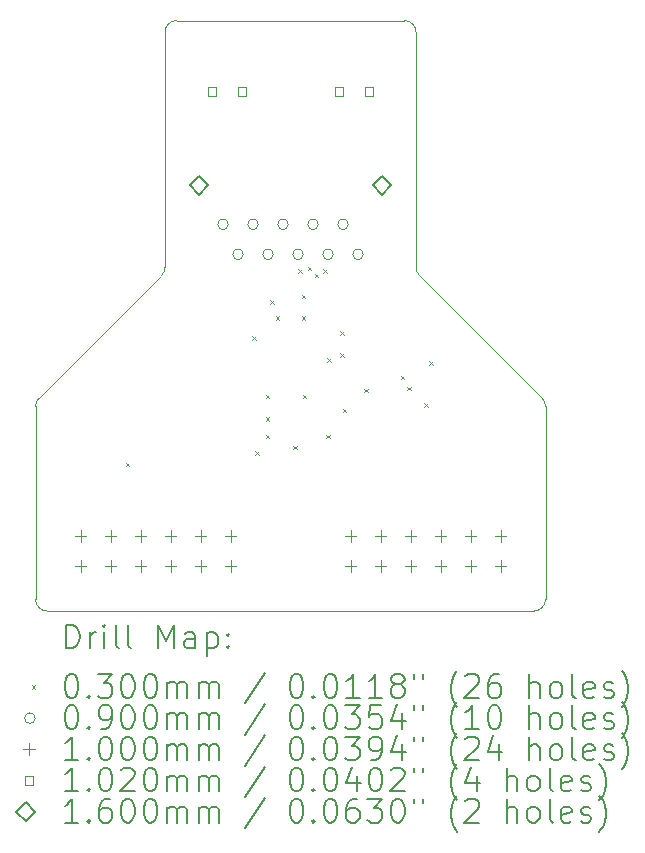
<source format=gbr>
%TF.GenerationSoftware,KiCad,Pcbnew,8.0.8*%
%TF.CreationDate,2025-02-16T01:23:27+01:00*%
%TF.ProjectId,rgmii-pmod,72676d69-692d-4706-9d6f-642e6b696361,rev?*%
%TF.SameCoordinates,Original*%
%TF.FileFunction,Drillmap*%
%TF.FilePolarity,Positive*%
%FSLAX45Y45*%
G04 Gerber Fmt 4.5, Leading zero omitted, Abs format (unit mm)*
G04 Created by KiCad (PCBNEW 8.0.8) date 2025-02-16 01:23:27*
%MOMM*%
%LPD*%
G01*
G04 APERTURE LIST*
%ADD10C,0.050000*%
%ADD11C,0.200000*%
%ADD12C,0.100000*%
%ADD13C,0.102000*%
%ADD14C,0.160000*%
G04 APERTURE END LIST*
D10*
X15963500Y-7500000D02*
X14036500Y-7500000D01*
X17129711Y-10696211D02*
G75*
G02*
X17158999Y-10766921I-70711J-70709D01*
G01*
X12841000Y-12400000D02*
X12841000Y-10766921D01*
X16063500Y-9588579D02*
X16063500Y-7600000D01*
X16092789Y-9659289D02*
G75*
G02*
X16063501Y-9588579I70711J70709D01*
G01*
X17159000Y-12400000D02*
G75*
G02*
X17059000Y-12500000I-100000J0D01*
G01*
X17159000Y-10766921D02*
X17159000Y-12400000D01*
X12941000Y-12500000D02*
G75*
G02*
X12841000Y-12400000I0J100000D01*
G01*
X13936500Y-9588579D02*
G75*
G02*
X13907211Y-9659290I-100000J-1D01*
G01*
X13936500Y-7600000D02*
X13936500Y-9588579D01*
X16092789Y-9659289D02*
X17129711Y-10696211D01*
X12941000Y-12500000D02*
X17059000Y-12500000D01*
X12841000Y-10766921D02*
G75*
G02*
X12870289Y-10696210I100000J1D01*
G01*
X13936500Y-7600000D02*
G75*
G02*
X14036500Y-7500000I100000J0D01*
G01*
X12870289Y-10696211D02*
X13907211Y-9659289D01*
X15963500Y-7500000D02*
G75*
G02*
X16063500Y-7600000I0J-100000D01*
G01*
D11*
D12*
X13605000Y-11245000D02*
X13635000Y-11275000D01*
X13635000Y-11245000D02*
X13605000Y-11275000D01*
X14675000Y-10172500D02*
X14705000Y-10202500D01*
X14705000Y-10172500D02*
X14675000Y-10202500D01*
X14701000Y-11148000D02*
X14731000Y-11178000D01*
X14731000Y-11148000D02*
X14701000Y-11178000D01*
X14791020Y-11007000D02*
X14821020Y-11037000D01*
X14821020Y-11007000D02*
X14791020Y-11037000D01*
X14791175Y-10670000D02*
X14821175Y-10700000D01*
X14821175Y-10670000D02*
X14791175Y-10700000D01*
X14791175Y-10857000D02*
X14821175Y-10887000D01*
X14821175Y-10857000D02*
X14791175Y-10887000D01*
X14827240Y-9866000D02*
X14857240Y-9896000D01*
X14857240Y-9866000D02*
X14827240Y-9896000D01*
X14873240Y-10005000D02*
X14903240Y-10035000D01*
X14903240Y-10005000D02*
X14873240Y-10035000D01*
X15023520Y-11101000D02*
X15053520Y-11131000D01*
X15053520Y-11101000D02*
X15023520Y-11131000D01*
X15065000Y-9605000D02*
X15095000Y-9635000D01*
X15095000Y-9605000D02*
X15065000Y-9635000D01*
X15096760Y-9823000D02*
X15126760Y-9853000D01*
X15126760Y-9823000D02*
X15096760Y-9853000D01*
X15096760Y-10005000D02*
X15126760Y-10035000D01*
X15126760Y-10005000D02*
X15096760Y-10035000D01*
X15105000Y-10670000D02*
X15135000Y-10700000D01*
X15135000Y-10670000D02*
X15105000Y-10700000D01*
X15145448Y-9584948D02*
X15175448Y-9614948D01*
X15175448Y-9584948D02*
X15145448Y-9614948D01*
X15205552Y-9645052D02*
X15235552Y-9675052D01*
X15235552Y-9645052D02*
X15205552Y-9675052D01*
X15275000Y-9605000D02*
X15305000Y-9635000D01*
X15305000Y-9605000D02*
X15275000Y-9635000D01*
X15304010Y-11007000D02*
X15334010Y-11037000D01*
X15334010Y-11007000D02*
X15304010Y-11037000D01*
X15310000Y-10357500D02*
X15340000Y-10387500D01*
X15340000Y-10357500D02*
X15310000Y-10387500D01*
X15420000Y-10132000D02*
X15450000Y-10162000D01*
X15450000Y-10132000D02*
X15420000Y-10162000D01*
X15420000Y-10318000D02*
X15450000Y-10348000D01*
X15450000Y-10318000D02*
X15420000Y-10348000D01*
X15441000Y-10788125D02*
X15471000Y-10818125D01*
X15471000Y-10788125D02*
X15441000Y-10818125D01*
X15626500Y-10617500D02*
X15656500Y-10647500D01*
X15656500Y-10617500D02*
X15626500Y-10647500D01*
X15935000Y-10506000D02*
X15965000Y-10536000D01*
X15965000Y-10506000D02*
X15935000Y-10536000D01*
X15987500Y-10600000D02*
X16017500Y-10630000D01*
X16017500Y-10600000D02*
X15987500Y-10630000D01*
X16131500Y-10741000D02*
X16161500Y-10771000D01*
X16161500Y-10741000D02*
X16131500Y-10771000D01*
X16176500Y-10384000D02*
X16206500Y-10414000D01*
X16206500Y-10384000D02*
X16176500Y-10414000D01*
X14473500Y-9225000D02*
G75*
G02*
X14383500Y-9225000I-45000J0D01*
G01*
X14383500Y-9225000D02*
G75*
G02*
X14473500Y-9225000I45000J0D01*
G01*
X14600500Y-9479000D02*
G75*
G02*
X14510500Y-9479000I-45000J0D01*
G01*
X14510500Y-9479000D02*
G75*
G02*
X14600500Y-9479000I45000J0D01*
G01*
X14727500Y-9225000D02*
G75*
G02*
X14637500Y-9225000I-45000J0D01*
G01*
X14637500Y-9225000D02*
G75*
G02*
X14727500Y-9225000I45000J0D01*
G01*
X14854500Y-9479000D02*
G75*
G02*
X14764500Y-9479000I-45000J0D01*
G01*
X14764500Y-9479000D02*
G75*
G02*
X14854500Y-9479000I45000J0D01*
G01*
X14981500Y-9225000D02*
G75*
G02*
X14891500Y-9225000I-45000J0D01*
G01*
X14891500Y-9225000D02*
G75*
G02*
X14981500Y-9225000I45000J0D01*
G01*
X15108500Y-9479000D02*
G75*
G02*
X15018500Y-9479000I-45000J0D01*
G01*
X15018500Y-9479000D02*
G75*
G02*
X15108500Y-9479000I45000J0D01*
G01*
X15235500Y-9225000D02*
G75*
G02*
X15145500Y-9225000I-45000J0D01*
G01*
X15145500Y-9225000D02*
G75*
G02*
X15235500Y-9225000I45000J0D01*
G01*
X15362500Y-9479000D02*
G75*
G02*
X15272500Y-9479000I-45000J0D01*
G01*
X15272500Y-9479000D02*
G75*
G02*
X15362500Y-9479000I45000J0D01*
G01*
X15489500Y-9225000D02*
G75*
G02*
X15399500Y-9225000I-45000J0D01*
G01*
X15399500Y-9225000D02*
G75*
G02*
X15489500Y-9225000I45000J0D01*
G01*
X15616500Y-9479000D02*
G75*
G02*
X15526500Y-9479000I-45000J0D01*
G01*
X15526500Y-9479000D02*
G75*
G02*
X15616500Y-9479000I45000J0D01*
G01*
X13222000Y-11815000D02*
X13222000Y-11915000D01*
X13172000Y-11865000D02*
X13272000Y-11865000D01*
X13222000Y-12069000D02*
X13222000Y-12169000D01*
X13172000Y-12119000D02*
X13272000Y-12119000D01*
X13476000Y-11815000D02*
X13476000Y-11915000D01*
X13426000Y-11865000D02*
X13526000Y-11865000D01*
X13476000Y-12069000D02*
X13476000Y-12169000D01*
X13426000Y-12119000D02*
X13526000Y-12119000D01*
X13730000Y-11815000D02*
X13730000Y-11915000D01*
X13680000Y-11865000D02*
X13780000Y-11865000D01*
X13730000Y-12069000D02*
X13730000Y-12169000D01*
X13680000Y-12119000D02*
X13780000Y-12119000D01*
X13984000Y-11815000D02*
X13984000Y-11915000D01*
X13934000Y-11865000D02*
X14034000Y-11865000D01*
X13984000Y-12069000D02*
X13984000Y-12169000D01*
X13934000Y-12119000D02*
X14034000Y-12119000D01*
X14238000Y-11815000D02*
X14238000Y-11915000D01*
X14188000Y-11865000D02*
X14288000Y-11865000D01*
X14238000Y-12069000D02*
X14238000Y-12169000D01*
X14188000Y-12119000D02*
X14288000Y-12119000D01*
X14492000Y-11815000D02*
X14492000Y-11915000D01*
X14442000Y-11865000D02*
X14542000Y-11865000D01*
X14492000Y-12069000D02*
X14492000Y-12169000D01*
X14442000Y-12119000D02*
X14542000Y-12119000D01*
X15508000Y-11815000D02*
X15508000Y-11915000D01*
X15458000Y-11865000D02*
X15558000Y-11865000D01*
X15508000Y-12069000D02*
X15508000Y-12169000D01*
X15458000Y-12119000D02*
X15558000Y-12119000D01*
X15762000Y-11815000D02*
X15762000Y-11915000D01*
X15712000Y-11865000D02*
X15812000Y-11865000D01*
X15762000Y-12069000D02*
X15762000Y-12169000D01*
X15712000Y-12119000D02*
X15812000Y-12119000D01*
X16016000Y-11815000D02*
X16016000Y-11915000D01*
X15966000Y-11865000D02*
X16066000Y-11865000D01*
X16016000Y-12069000D02*
X16016000Y-12169000D01*
X15966000Y-12119000D02*
X16066000Y-12119000D01*
X16270000Y-11815000D02*
X16270000Y-11915000D01*
X16220000Y-11865000D02*
X16320000Y-11865000D01*
X16270000Y-12069000D02*
X16270000Y-12169000D01*
X16220000Y-12119000D02*
X16320000Y-12119000D01*
X16524000Y-11815000D02*
X16524000Y-11915000D01*
X16474000Y-11865000D02*
X16574000Y-11865000D01*
X16524000Y-12069000D02*
X16524000Y-12169000D01*
X16474000Y-12119000D02*
X16574000Y-12119000D01*
X16778000Y-11815000D02*
X16778000Y-11915000D01*
X16728000Y-11865000D02*
X16828000Y-11865000D01*
X16778000Y-12069000D02*
X16778000Y-12169000D01*
X16728000Y-12119000D02*
X16828000Y-12119000D01*
D13*
X14373063Y-8136063D02*
X14373063Y-8063937D01*
X14300937Y-8063937D01*
X14300937Y-8136063D01*
X14373063Y-8136063D01*
X14627063Y-8136063D02*
X14627063Y-8063937D01*
X14554937Y-8063937D01*
X14554937Y-8136063D01*
X14627063Y-8136063D01*
X15445063Y-8136063D02*
X15445063Y-8063937D01*
X15372937Y-8063937D01*
X15372937Y-8136063D01*
X15445063Y-8136063D01*
X15699063Y-8136063D02*
X15699063Y-8063937D01*
X15626937Y-8063937D01*
X15626937Y-8136063D01*
X15699063Y-8136063D01*
D14*
X14225500Y-8975000D02*
X14305500Y-8895000D01*
X14225500Y-8815000D01*
X14145500Y-8895000D01*
X14225500Y-8975000D01*
X15774500Y-8975000D02*
X15854500Y-8895000D01*
X15774500Y-8815000D01*
X15694500Y-8895000D01*
X15774500Y-8975000D01*
D11*
X13099277Y-12813984D02*
X13099277Y-12613984D01*
X13099277Y-12613984D02*
X13146896Y-12613984D01*
X13146896Y-12613984D02*
X13175467Y-12623508D01*
X13175467Y-12623508D02*
X13194515Y-12642555D01*
X13194515Y-12642555D02*
X13204039Y-12661603D01*
X13204039Y-12661603D02*
X13213562Y-12699698D01*
X13213562Y-12699698D02*
X13213562Y-12728269D01*
X13213562Y-12728269D02*
X13204039Y-12766365D01*
X13204039Y-12766365D02*
X13194515Y-12785412D01*
X13194515Y-12785412D02*
X13175467Y-12804460D01*
X13175467Y-12804460D02*
X13146896Y-12813984D01*
X13146896Y-12813984D02*
X13099277Y-12813984D01*
X13299277Y-12813984D02*
X13299277Y-12680650D01*
X13299277Y-12718746D02*
X13308801Y-12699698D01*
X13308801Y-12699698D02*
X13318324Y-12690174D01*
X13318324Y-12690174D02*
X13337372Y-12680650D01*
X13337372Y-12680650D02*
X13356420Y-12680650D01*
X13423086Y-12813984D02*
X13423086Y-12680650D01*
X13423086Y-12613984D02*
X13413562Y-12623508D01*
X13413562Y-12623508D02*
X13423086Y-12633031D01*
X13423086Y-12633031D02*
X13432610Y-12623508D01*
X13432610Y-12623508D02*
X13423086Y-12613984D01*
X13423086Y-12613984D02*
X13423086Y-12633031D01*
X13546896Y-12813984D02*
X13527848Y-12804460D01*
X13527848Y-12804460D02*
X13518324Y-12785412D01*
X13518324Y-12785412D02*
X13518324Y-12613984D01*
X13651658Y-12813984D02*
X13632610Y-12804460D01*
X13632610Y-12804460D02*
X13623086Y-12785412D01*
X13623086Y-12785412D02*
X13623086Y-12613984D01*
X13880229Y-12813984D02*
X13880229Y-12613984D01*
X13880229Y-12613984D02*
X13946896Y-12756841D01*
X13946896Y-12756841D02*
X14013562Y-12613984D01*
X14013562Y-12613984D02*
X14013562Y-12813984D01*
X14194515Y-12813984D02*
X14194515Y-12709222D01*
X14194515Y-12709222D02*
X14184991Y-12690174D01*
X14184991Y-12690174D02*
X14165943Y-12680650D01*
X14165943Y-12680650D02*
X14127848Y-12680650D01*
X14127848Y-12680650D02*
X14108801Y-12690174D01*
X14194515Y-12804460D02*
X14175467Y-12813984D01*
X14175467Y-12813984D02*
X14127848Y-12813984D01*
X14127848Y-12813984D02*
X14108801Y-12804460D01*
X14108801Y-12804460D02*
X14099277Y-12785412D01*
X14099277Y-12785412D02*
X14099277Y-12766365D01*
X14099277Y-12766365D02*
X14108801Y-12747317D01*
X14108801Y-12747317D02*
X14127848Y-12737793D01*
X14127848Y-12737793D02*
X14175467Y-12737793D01*
X14175467Y-12737793D02*
X14194515Y-12728269D01*
X14289753Y-12680650D02*
X14289753Y-12880650D01*
X14289753Y-12690174D02*
X14308801Y-12680650D01*
X14308801Y-12680650D02*
X14346896Y-12680650D01*
X14346896Y-12680650D02*
X14365943Y-12690174D01*
X14365943Y-12690174D02*
X14375467Y-12699698D01*
X14375467Y-12699698D02*
X14384991Y-12718746D01*
X14384991Y-12718746D02*
X14384991Y-12775888D01*
X14384991Y-12775888D02*
X14375467Y-12794936D01*
X14375467Y-12794936D02*
X14365943Y-12804460D01*
X14365943Y-12804460D02*
X14346896Y-12813984D01*
X14346896Y-12813984D02*
X14308801Y-12813984D01*
X14308801Y-12813984D02*
X14289753Y-12804460D01*
X14470705Y-12794936D02*
X14480229Y-12804460D01*
X14480229Y-12804460D02*
X14470705Y-12813984D01*
X14470705Y-12813984D02*
X14461182Y-12804460D01*
X14461182Y-12804460D02*
X14470705Y-12794936D01*
X14470705Y-12794936D02*
X14470705Y-12813984D01*
X14470705Y-12690174D02*
X14480229Y-12699698D01*
X14480229Y-12699698D02*
X14470705Y-12709222D01*
X14470705Y-12709222D02*
X14461182Y-12699698D01*
X14461182Y-12699698D02*
X14470705Y-12690174D01*
X14470705Y-12690174D02*
X14470705Y-12709222D01*
D12*
X12808500Y-13127500D02*
X12838500Y-13157500D01*
X12838500Y-13127500D02*
X12808500Y-13157500D01*
D11*
X13137372Y-13033984D02*
X13156420Y-13033984D01*
X13156420Y-13033984D02*
X13175467Y-13043508D01*
X13175467Y-13043508D02*
X13184991Y-13053031D01*
X13184991Y-13053031D02*
X13194515Y-13072079D01*
X13194515Y-13072079D02*
X13204039Y-13110174D01*
X13204039Y-13110174D02*
X13204039Y-13157793D01*
X13204039Y-13157793D02*
X13194515Y-13195888D01*
X13194515Y-13195888D02*
X13184991Y-13214936D01*
X13184991Y-13214936D02*
X13175467Y-13224460D01*
X13175467Y-13224460D02*
X13156420Y-13233984D01*
X13156420Y-13233984D02*
X13137372Y-13233984D01*
X13137372Y-13233984D02*
X13118324Y-13224460D01*
X13118324Y-13224460D02*
X13108801Y-13214936D01*
X13108801Y-13214936D02*
X13099277Y-13195888D01*
X13099277Y-13195888D02*
X13089753Y-13157793D01*
X13089753Y-13157793D02*
X13089753Y-13110174D01*
X13089753Y-13110174D02*
X13099277Y-13072079D01*
X13099277Y-13072079D02*
X13108801Y-13053031D01*
X13108801Y-13053031D02*
X13118324Y-13043508D01*
X13118324Y-13043508D02*
X13137372Y-13033984D01*
X13289753Y-13214936D02*
X13299277Y-13224460D01*
X13299277Y-13224460D02*
X13289753Y-13233984D01*
X13289753Y-13233984D02*
X13280229Y-13224460D01*
X13280229Y-13224460D02*
X13289753Y-13214936D01*
X13289753Y-13214936D02*
X13289753Y-13233984D01*
X13365943Y-13033984D02*
X13489753Y-13033984D01*
X13489753Y-13033984D02*
X13423086Y-13110174D01*
X13423086Y-13110174D02*
X13451658Y-13110174D01*
X13451658Y-13110174D02*
X13470705Y-13119698D01*
X13470705Y-13119698D02*
X13480229Y-13129222D01*
X13480229Y-13129222D02*
X13489753Y-13148269D01*
X13489753Y-13148269D02*
X13489753Y-13195888D01*
X13489753Y-13195888D02*
X13480229Y-13214936D01*
X13480229Y-13214936D02*
X13470705Y-13224460D01*
X13470705Y-13224460D02*
X13451658Y-13233984D01*
X13451658Y-13233984D02*
X13394515Y-13233984D01*
X13394515Y-13233984D02*
X13375467Y-13224460D01*
X13375467Y-13224460D02*
X13365943Y-13214936D01*
X13613562Y-13033984D02*
X13632610Y-13033984D01*
X13632610Y-13033984D02*
X13651658Y-13043508D01*
X13651658Y-13043508D02*
X13661182Y-13053031D01*
X13661182Y-13053031D02*
X13670705Y-13072079D01*
X13670705Y-13072079D02*
X13680229Y-13110174D01*
X13680229Y-13110174D02*
X13680229Y-13157793D01*
X13680229Y-13157793D02*
X13670705Y-13195888D01*
X13670705Y-13195888D02*
X13661182Y-13214936D01*
X13661182Y-13214936D02*
X13651658Y-13224460D01*
X13651658Y-13224460D02*
X13632610Y-13233984D01*
X13632610Y-13233984D02*
X13613562Y-13233984D01*
X13613562Y-13233984D02*
X13594515Y-13224460D01*
X13594515Y-13224460D02*
X13584991Y-13214936D01*
X13584991Y-13214936D02*
X13575467Y-13195888D01*
X13575467Y-13195888D02*
X13565943Y-13157793D01*
X13565943Y-13157793D02*
X13565943Y-13110174D01*
X13565943Y-13110174D02*
X13575467Y-13072079D01*
X13575467Y-13072079D02*
X13584991Y-13053031D01*
X13584991Y-13053031D02*
X13594515Y-13043508D01*
X13594515Y-13043508D02*
X13613562Y-13033984D01*
X13804039Y-13033984D02*
X13823086Y-13033984D01*
X13823086Y-13033984D02*
X13842134Y-13043508D01*
X13842134Y-13043508D02*
X13851658Y-13053031D01*
X13851658Y-13053031D02*
X13861182Y-13072079D01*
X13861182Y-13072079D02*
X13870705Y-13110174D01*
X13870705Y-13110174D02*
X13870705Y-13157793D01*
X13870705Y-13157793D02*
X13861182Y-13195888D01*
X13861182Y-13195888D02*
X13851658Y-13214936D01*
X13851658Y-13214936D02*
X13842134Y-13224460D01*
X13842134Y-13224460D02*
X13823086Y-13233984D01*
X13823086Y-13233984D02*
X13804039Y-13233984D01*
X13804039Y-13233984D02*
X13784991Y-13224460D01*
X13784991Y-13224460D02*
X13775467Y-13214936D01*
X13775467Y-13214936D02*
X13765943Y-13195888D01*
X13765943Y-13195888D02*
X13756420Y-13157793D01*
X13756420Y-13157793D02*
X13756420Y-13110174D01*
X13756420Y-13110174D02*
X13765943Y-13072079D01*
X13765943Y-13072079D02*
X13775467Y-13053031D01*
X13775467Y-13053031D02*
X13784991Y-13043508D01*
X13784991Y-13043508D02*
X13804039Y-13033984D01*
X13956420Y-13233984D02*
X13956420Y-13100650D01*
X13956420Y-13119698D02*
X13965943Y-13110174D01*
X13965943Y-13110174D02*
X13984991Y-13100650D01*
X13984991Y-13100650D02*
X14013563Y-13100650D01*
X14013563Y-13100650D02*
X14032610Y-13110174D01*
X14032610Y-13110174D02*
X14042134Y-13129222D01*
X14042134Y-13129222D02*
X14042134Y-13233984D01*
X14042134Y-13129222D02*
X14051658Y-13110174D01*
X14051658Y-13110174D02*
X14070705Y-13100650D01*
X14070705Y-13100650D02*
X14099277Y-13100650D01*
X14099277Y-13100650D02*
X14118324Y-13110174D01*
X14118324Y-13110174D02*
X14127848Y-13129222D01*
X14127848Y-13129222D02*
X14127848Y-13233984D01*
X14223086Y-13233984D02*
X14223086Y-13100650D01*
X14223086Y-13119698D02*
X14232610Y-13110174D01*
X14232610Y-13110174D02*
X14251658Y-13100650D01*
X14251658Y-13100650D02*
X14280229Y-13100650D01*
X14280229Y-13100650D02*
X14299277Y-13110174D01*
X14299277Y-13110174D02*
X14308801Y-13129222D01*
X14308801Y-13129222D02*
X14308801Y-13233984D01*
X14308801Y-13129222D02*
X14318324Y-13110174D01*
X14318324Y-13110174D02*
X14337372Y-13100650D01*
X14337372Y-13100650D02*
X14365943Y-13100650D01*
X14365943Y-13100650D02*
X14384991Y-13110174D01*
X14384991Y-13110174D02*
X14394515Y-13129222D01*
X14394515Y-13129222D02*
X14394515Y-13233984D01*
X14784991Y-13024460D02*
X14613563Y-13281603D01*
X15042134Y-13033984D02*
X15061182Y-13033984D01*
X15061182Y-13033984D02*
X15080229Y-13043508D01*
X15080229Y-13043508D02*
X15089753Y-13053031D01*
X15089753Y-13053031D02*
X15099277Y-13072079D01*
X15099277Y-13072079D02*
X15108801Y-13110174D01*
X15108801Y-13110174D02*
X15108801Y-13157793D01*
X15108801Y-13157793D02*
X15099277Y-13195888D01*
X15099277Y-13195888D02*
X15089753Y-13214936D01*
X15089753Y-13214936D02*
X15080229Y-13224460D01*
X15080229Y-13224460D02*
X15061182Y-13233984D01*
X15061182Y-13233984D02*
X15042134Y-13233984D01*
X15042134Y-13233984D02*
X15023086Y-13224460D01*
X15023086Y-13224460D02*
X15013563Y-13214936D01*
X15013563Y-13214936D02*
X15004039Y-13195888D01*
X15004039Y-13195888D02*
X14994515Y-13157793D01*
X14994515Y-13157793D02*
X14994515Y-13110174D01*
X14994515Y-13110174D02*
X15004039Y-13072079D01*
X15004039Y-13072079D02*
X15013563Y-13053031D01*
X15013563Y-13053031D02*
X15023086Y-13043508D01*
X15023086Y-13043508D02*
X15042134Y-13033984D01*
X15194515Y-13214936D02*
X15204039Y-13224460D01*
X15204039Y-13224460D02*
X15194515Y-13233984D01*
X15194515Y-13233984D02*
X15184991Y-13224460D01*
X15184991Y-13224460D02*
X15194515Y-13214936D01*
X15194515Y-13214936D02*
X15194515Y-13233984D01*
X15327848Y-13033984D02*
X15346896Y-13033984D01*
X15346896Y-13033984D02*
X15365944Y-13043508D01*
X15365944Y-13043508D02*
X15375467Y-13053031D01*
X15375467Y-13053031D02*
X15384991Y-13072079D01*
X15384991Y-13072079D02*
X15394515Y-13110174D01*
X15394515Y-13110174D02*
X15394515Y-13157793D01*
X15394515Y-13157793D02*
X15384991Y-13195888D01*
X15384991Y-13195888D02*
X15375467Y-13214936D01*
X15375467Y-13214936D02*
X15365944Y-13224460D01*
X15365944Y-13224460D02*
X15346896Y-13233984D01*
X15346896Y-13233984D02*
X15327848Y-13233984D01*
X15327848Y-13233984D02*
X15308801Y-13224460D01*
X15308801Y-13224460D02*
X15299277Y-13214936D01*
X15299277Y-13214936D02*
X15289753Y-13195888D01*
X15289753Y-13195888D02*
X15280229Y-13157793D01*
X15280229Y-13157793D02*
X15280229Y-13110174D01*
X15280229Y-13110174D02*
X15289753Y-13072079D01*
X15289753Y-13072079D02*
X15299277Y-13053031D01*
X15299277Y-13053031D02*
X15308801Y-13043508D01*
X15308801Y-13043508D02*
X15327848Y-13033984D01*
X15584991Y-13233984D02*
X15470706Y-13233984D01*
X15527848Y-13233984D02*
X15527848Y-13033984D01*
X15527848Y-13033984D02*
X15508801Y-13062555D01*
X15508801Y-13062555D02*
X15489753Y-13081603D01*
X15489753Y-13081603D02*
X15470706Y-13091127D01*
X15775467Y-13233984D02*
X15661182Y-13233984D01*
X15718325Y-13233984D02*
X15718325Y-13033984D01*
X15718325Y-13033984D02*
X15699277Y-13062555D01*
X15699277Y-13062555D02*
X15680229Y-13081603D01*
X15680229Y-13081603D02*
X15661182Y-13091127D01*
X15889753Y-13119698D02*
X15870706Y-13110174D01*
X15870706Y-13110174D02*
X15861182Y-13100650D01*
X15861182Y-13100650D02*
X15851658Y-13081603D01*
X15851658Y-13081603D02*
X15851658Y-13072079D01*
X15851658Y-13072079D02*
X15861182Y-13053031D01*
X15861182Y-13053031D02*
X15870706Y-13043508D01*
X15870706Y-13043508D02*
X15889753Y-13033984D01*
X15889753Y-13033984D02*
X15927848Y-13033984D01*
X15927848Y-13033984D02*
X15946896Y-13043508D01*
X15946896Y-13043508D02*
X15956420Y-13053031D01*
X15956420Y-13053031D02*
X15965944Y-13072079D01*
X15965944Y-13072079D02*
X15965944Y-13081603D01*
X15965944Y-13081603D02*
X15956420Y-13100650D01*
X15956420Y-13100650D02*
X15946896Y-13110174D01*
X15946896Y-13110174D02*
X15927848Y-13119698D01*
X15927848Y-13119698D02*
X15889753Y-13119698D01*
X15889753Y-13119698D02*
X15870706Y-13129222D01*
X15870706Y-13129222D02*
X15861182Y-13138746D01*
X15861182Y-13138746D02*
X15851658Y-13157793D01*
X15851658Y-13157793D02*
X15851658Y-13195888D01*
X15851658Y-13195888D02*
X15861182Y-13214936D01*
X15861182Y-13214936D02*
X15870706Y-13224460D01*
X15870706Y-13224460D02*
X15889753Y-13233984D01*
X15889753Y-13233984D02*
X15927848Y-13233984D01*
X15927848Y-13233984D02*
X15946896Y-13224460D01*
X15946896Y-13224460D02*
X15956420Y-13214936D01*
X15956420Y-13214936D02*
X15965944Y-13195888D01*
X15965944Y-13195888D02*
X15965944Y-13157793D01*
X15965944Y-13157793D02*
X15956420Y-13138746D01*
X15956420Y-13138746D02*
X15946896Y-13129222D01*
X15946896Y-13129222D02*
X15927848Y-13119698D01*
X16042134Y-13033984D02*
X16042134Y-13072079D01*
X16118325Y-13033984D02*
X16118325Y-13072079D01*
X16413563Y-13310174D02*
X16404039Y-13300650D01*
X16404039Y-13300650D02*
X16384991Y-13272079D01*
X16384991Y-13272079D02*
X16375468Y-13253031D01*
X16375468Y-13253031D02*
X16365944Y-13224460D01*
X16365944Y-13224460D02*
X16356420Y-13176841D01*
X16356420Y-13176841D02*
X16356420Y-13138746D01*
X16356420Y-13138746D02*
X16365944Y-13091127D01*
X16365944Y-13091127D02*
X16375468Y-13062555D01*
X16375468Y-13062555D02*
X16384991Y-13043508D01*
X16384991Y-13043508D02*
X16404039Y-13014936D01*
X16404039Y-13014936D02*
X16413563Y-13005412D01*
X16480229Y-13053031D02*
X16489753Y-13043508D01*
X16489753Y-13043508D02*
X16508801Y-13033984D01*
X16508801Y-13033984D02*
X16556420Y-13033984D01*
X16556420Y-13033984D02*
X16575468Y-13043508D01*
X16575468Y-13043508D02*
X16584991Y-13053031D01*
X16584991Y-13053031D02*
X16594515Y-13072079D01*
X16594515Y-13072079D02*
X16594515Y-13091127D01*
X16594515Y-13091127D02*
X16584991Y-13119698D01*
X16584991Y-13119698D02*
X16470706Y-13233984D01*
X16470706Y-13233984D02*
X16594515Y-13233984D01*
X16765944Y-13033984D02*
X16727848Y-13033984D01*
X16727848Y-13033984D02*
X16708801Y-13043508D01*
X16708801Y-13043508D02*
X16699277Y-13053031D01*
X16699277Y-13053031D02*
X16680229Y-13081603D01*
X16680229Y-13081603D02*
X16670706Y-13119698D01*
X16670706Y-13119698D02*
X16670706Y-13195888D01*
X16670706Y-13195888D02*
X16680229Y-13214936D01*
X16680229Y-13214936D02*
X16689753Y-13224460D01*
X16689753Y-13224460D02*
X16708801Y-13233984D01*
X16708801Y-13233984D02*
X16746896Y-13233984D01*
X16746896Y-13233984D02*
X16765944Y-13224460D01*
X16765944Y-13224460D02*
X16775468Y-13214936D01*
X16775468Y-13214936D02*
X16784991Y-13195888D01*
X16784991Y-13195888D02*
X16784991Y-13148269D01*
X16784991Y-13148269D02*
X16775468Y-13129222D01*
X16775468Y-13129222D02*
X16765944Y-13119698D01*
X16765944Y-13119698D02*
X16746896Y-13110174D01*
X16746896Y-13110174D02*
X16708801Y-13110174D01*
X16708801Y-13110174D02*
X16689753Y-13119698D01*
X16689753Y-13119698D02*
X16680229Y-13129222D01*
X16680229Y-13129222D02*
X16670706Y-13148269D01*
X17023087Y-13233984D02*
X17023087Y-13033984D01*
X17108801Y-13233984D02*
X17108801Y-13129222D01*
X17108801Y-13129222D02*
X17099277Y-13110174D01*
X17099277Y-13110174D02*
X17080230Y-13100650D01*
X17080230Y-13100650D02*
X17051658Y-13100650D01*
X17051658Y-13100650D02*
X17032611Y-13110174D01*
X17032611Y-13110174D02*
X17023087Y-13119698D01*
X17232611Y-13233984D02*
X17213563Y-13224460D01*
X17213563Y-13224460D02*
X17204039Y-13214936D01*
X17204039Y-13214936D02*
X17194515Y-13195888D01*
X17194515Y-13195888D02*
X17194515Y-13138746D01*
X17194515Y-13138746D02*
X17204039Y-13119698D01*
X17204039Y-13119698D02*
X17213563Y-13110174D01*
X17213563Y-13110174D02*
X17232611Y-13100650D01*
X17232611Y-13100650D02*
X17261182Y-13100650D01*
X17261182Y-13100650D02*
X17280230Y-13110174D01*
X17280230Y-13110174D02*
X17289753Y-13119698D01*
X17289753Y-13119698D02*
X17299277Y-13138746D01*
X17299277Y-13138746D02*
X17299277Y-13195888D01*
X17299277Y-13195888D02*
X17289753Y-13214936D01*
X17289753Y-13214936D02*
X17280230Y-13224460D01*
X17280230Y-13224460D02*
X17261182Y-13233984D01*
X17261182Y-13233984D02*
X17232611Y-13233984D01*
X17413563Y-13233984D02*
X17394515Y-13224460D01*
X17394515Y-13224460D02*
X17384992Y-13205412D01*
X17384992Y-13205412D02*
X17384992Y-13033984D01*
X17565944Y-13224460D02*
X17546896Y-13233984D01*
X17546896Y-13233984D02*
X17508801Y-13233984D01*
X17508801Y-13233984D02*
X17489753Y-13224460D01*
X17489753Y-13224460D02*
X17480230Y-13205412D01*
X17480230Y-13205412D02*
X17480230Y-13129222D01*
X17480230Y-13129222D02*
X17489753Y-13110174D01*
X17489753Y-13110174D02*
X17508801Y-13100650D01*
X17508801Y-13100650D02*
X17546896Y-13100650D01*
X17546896Y-13100650D02*
X17565944Y-13110174D01*
X17565944Y-13110174D02*
X17575468Y-13129222D01*
X17575468Y-13129222D02*
X17575468Y-13148269D01*
X17575468Y-13148269D02*
X17480230Y-13167317D01*
X17651658Y-13224460D02*
X17670706Y-13233984D01*
X17670706Y-13233984D02*
X17708801Y-13233984D01*
X17708801Y-13233984D02*
X17727849Y-13224460D01*
X17727849Y-13224460D02*
X17737373Y-13205412D01*
X17737373Y-13205412D02*
X17737373Y-13195888D01*
X17737373Y-13195888D02*
X17727849Y-13176841D01*
X17727849Y-13176841D02*
X17708801Y-13167317D01*
X17708801Y-13167317D02*
X17680230Y-13167317D01*
X17680230Y-13167317D02*
X17661182Y-13157793D01*
X17661182Y-13157793D02*
X17651658Y-13138746D01*
X17651658Y-13138746D02*
X17651658Y-13129222D01*
X17651658Y-13129222D02*
X17661182Y-13110174D01*
X17661182Y-13110174D02*
X17680230Y-13100650D01*
X17680230Y-13100650D02*
X17708801Y-13100650D01*
X17708801Y-13100650D02*
X17727849Y-13110174D01*
X17804039Y-13310174D02*
X17813563Y-13300650D01*
X17813563Y-13300650D02*
X17832611Y-13272079D01*
X17832611Y-13272079D02*
X17842134Y-13253031D01*
X17842134Y-13253031D02*
X17851658Y-13224460D01*
X17851658Y-13224460D02*
X17861182Y-13176841D01*
X17861182Y-13176841D02*
X17861182Y-13138746D01*
X17861182Y-13138746D02*
X17851658Y-13091127D01*
X17851658Y-13091127D02*
X17842134Y-13062555D01*
X17842134Y-13062555D02*
X17832611Y-13043508D01*
X17832611Y-13043508D02*
X17813563Y-13014936D01*
X17813563Y-13014936D02*
X17804039Y-13005412D01*
D12*
X12838500Y-13406500D02*
G75*
G02*
X12748500Y-13406500I-45000J0D01*
G01*
X12748500Y-13406500D02*
G75*
G02*
X12838500Y-13406500I45000J0D01*
G01*
D11*
X13137372Y-13297984D02*
X13156420Y-13297984D01*
X13156420Y-13297984D02*
X13175467Y-13307508D01*
X13175467Y-13307508D02*
X13184991Y-13317031D01*
X13184991Y-13317031D02*
X13194515Y-13336079D01*
X13194515Y-13336079D02*
X13204039Y-13374174D01*
X13204039Y-13374174D02*
X13204039Y-13421793D01*
X13204039Y-13421793D02*
X13194515Y-13459888D01*
X13194515Y-13459888D02*
X13184991Y-13478936D01*
X13184991Y-13478936D02*
X13175467Y-13488460D01*
X13175467Y-13488460D02*
X13156420Y-13497984D01*
X13156420Y-13497984D02*
X13137372Y-13497984D01*
X13137372Y-13497984D02*
X13118324Y-13488460D01*
X13118324Y-13488460D02*
X13108801Y-13478936D01*
X13108801Y-13478936D02*
X13099277Y-13459888D01*
X13099277Y-13459888D02*
X13089753Y-13421793D01*
X13089753Y-13421793D02*
X13089753Y-13374174D01*
X13089753Y-13374174D02*
X13099277Y-13336079D01*
X13099277Y-13336079D02*
X13108801Y-13317031D01*
X13108801Y-13317031D02*
X13118324Y-13307508D01*
X13118324Y-13307508D02*
X13137372Y-13297984D01*
X13289753Y-13478936D02*
X13299277Y-13488460D01*
X13299277Y-13488460D02*
X13289753Y-13497984D01*
X13289753Y-13497984D02*
X13280229Y-13488460D01*
X13280229Y-13488460D02*
X13289753Y-13478936D01*
X13289753Y-13478936D02*
X13289753Y-13497984D01*
X13394515Y-13497984D02*
X13432610Y-13497984D01*
X13432610Y-13497984D02*
X13451658Y-13488460D01*
X13451658Y-13488460D02*
X13461182Y-13478936D01*
X13461182Y-13478936D02*
X13480229Y-13450365D01*
X13480229Y-13450365D02*
X13489753Y-13412269D01*
X13489753Y-13412269D02*
X13489753Y-13336079D01*
X13489753Y-13336079D02*
X13480229Y-13317031D01*
X13480229Y-13317031D02*
X13470705Y-13307508D01*
X13470705Y-13307508D02*
X13451658Y-13297984D01*
X13451658Y-13297984D02*
X13413562Y-13297984D01*
X13413562Y-13297984D02*
X13394515Y-13307508D01*
X13394515Y-13307508D02*
X13384991Y-13317031D01*
X13384991Y-13317031D02*
X13375467Y-13336079D01*
X13375467Y-13336079D02*
X13375467Y-13383698D01*
X13375467Y-13383698D02*
X13384991Y-13402746D01*
X13384991Y-13402746D02*
X13394515Y-13412269D01*
X13394515Y-13412269D02*
X13413562Y-13421793D01*
X13413562Y-13421793D02*
X13451658Y-13421793D01*
X13451658Y-13421793D02*
X13470705Y-13412269D01*
X13470705Y-13412269D02*
X13480229Y-13402746D01*
X13480229Y-13402746D02*
X13489753Y-13383698D01*
X13613562Y-13297984D02*
X13632610Y-13297984D01*
X13632610Y-13297984D02*
X13651658Y-13307508D01*
X13651658Y-13307508D02*
X13661182Y-13317031D01*
X13661182Y-13317031D02*
X13670705Y-13336079D01*
X13670705Y-13336079D02*
X13680229Y-13374174D01*
X13680229Y-13374174D02*
X13680229Y-13421793D01*
X13680229Y-13421793D02*
X13670705Y-13459888D01*
X13670705Y-13459888D02*
X13661182Y-13478936D01*
X13661182Y-13478936D02*
X13651658Y-13488460D01*
X13651658Y-13488460D02*
X13632610Y-13497984D01*
X13632610Y-13497984D02*
X13613562Y-13497984D01*
X13613562Y-13497984D02*
X13594515Y-13488460D01*
X13594515Y-13488460D02*
X13584991Y-13478936D01*
X13584991Y-13478936D02*
X13575467Y-13459888D01*
X13575467Y-13459888D02*
X13565943Y-13421793D01*
X13565943Y-13421793D02*
X13565943Y-13374174D01*
X13565943Y-13374174D02*
X13575467Y-13336079D01*
X13575467Y-13336079D02*
X13584991Y-13317031D01*
X13584991Y-13317031D02*
X13594515Y-13307508D01*
X13594515Y-13307508D02*
X13613562Y-13297984D01*
X13804039Y-13297984D02*
X13823086Y-13297984D01*
X13823086Y-13297984D02*
X13842134Y-13307508D01*
X13842134Y-13307508D02*
X13851658Y-13317031D01*
X13851658Y-13317031D02*
X13861182Y-13336079D01*
X13861182Y-13336079D02*
X13870705Y-13374174D01*
X13870705Y-13374174D02*
X13870705Y-13421793D01*
X13870705Y-13421793D02*
X13861182Y-13459888D01*
X13861182Y-13459888D02*
X13851658Y-13478936D01*
X13851658Y-13478936D02*
X13842134Y-13488460D01*
X13842134Y-13488460D02*
X13823086Y-13497984D01*
X13823086Y-13497984D02*
X13804039Y-13497984D01*
X13804039Y-13497984D02*
X13784991Y-13488460D01*
X13784991Y-13488460D02*
X13775467Y-13478936D01*
X13775467Y-13478936D02*
X13765943Y-13459888D01*
X13765943Y-13459888D02*
X13756420Y-13421793D01*
X13756420Y-13421793D02*
X13756420Y-13374174D01*
X13756420Y-13374174D02*
X13765943Y-13336079D01*
X13765943Y-13336079D02*
X13775467Y-13317031D01*
X13775467Y-13317031D02*
X13784991Y-13307508D01*
X13784991Y-13307508D02*
X13804039Y-13297984D01*
X13956420Y-13497984D02*
X13956420Y-13364650D01*
X13956420Y-13383698D02*
X13965943Y-13374174D01*
X13965943Y-13374174D02*
X13984991Y-13364650D01*
X13984991Y-13364650D02*
X14013563Y-13364650D01*
X14013563Y-13364650D02*
X14032610Y-13374174D01*
X14032610Y-13374174D02*
X14042134Y-13393222D01*
X14042134Y-13393222D02*
X14042134Y-13497984D01*
X14042134Y-13393222D02*
X14051658Y-13374174D01*
X14051658Y-13374174D02*
X14070705Y-13364650D01*
X14070705Y-13364650D02*
X14099277Y-13364650D01*
X14099277Y-13364650D02*
X14118324Y-13374174D01*
X14118324Y-13374174D02*
X14127848Y-13393222D01*
X14127848Y-13393222D02*
X14127848Y-13497984D01*
X14223086Y-13497984D02*
X14223086Y-13364650D01*
X14223086Y-13383698D02*
X14232610Y-13374174D01*
X14232610Y-13374174D02*
X14251658Y-13364650D01*
X14251658Y-13364650D02*
X14280229Y-13364650D01*
X14280229Y-13364650D02*
X14299277Y-13374174D01*
X14299277Y-13374174D02*
X14308801Y-13393222D01*
X14308801Y-13393222D02*
X14308801Y-13497984D01*
X14308801Y-13393222D02*
X14318324Y-13374174D01*
X14318324Y-13374174D02*
X14337372Y-13364650D01*
X14337372Y-13364650D02*
X14365943Y-13364650D01*
X14365943Y-13364650D02*
X14384991Y-13374174D01*
X14384991Y-13374174D02*
X14394515Y-13393222D01*
X14394515Y-13393222D02*
X14394515Y-13497984D01*
X14784991Y-13288460D02*
X14613563Y-13545603D01*
X15042134Y-13297984D02*
X15061182Y-13297984D01*
X15061182Y-13297984D02*
X15080229Y-13307508D01*
X15080229Y-13307508D02*
X15089753Y-13317031D01*
X15089753Y-13317031D02*
X15099277Y-13336079D01*
X15099277Y-13336079D02*
X15108801Y-13374174D01*
X15108801Y-13374174D02*
X15108801Y-13421793D01*
X15108801Y-13421793D02*
X15099277Y-13459888D01*
X15099277Y-13459888D02*
X15089753Y-13478936D01*
X15089753Y-13478936D02*
X15080229Y-13488460D01*
X15080229Y-13488460D02*
X15061182Y-13497984D01*
X15061182Y-13497984D02*
X15042134Y-13497984D01*
X15042134Y-13497984D02*
X15023086Y-13488460D01*
X15023086Y-13488460D02*
X15013563Y-13478936D01*
X15013563Y-13478936D02*
X15004039Y-13459888D01*
X15004039Y-13459888D02*
X14994515Y-13421793D01*
X14994515Y-13421793D02*
X14994515Y-13374174D01*
X14994515Y-13374174D02*
X15004039Y-13336079D01*
X15004039Y-13336079D02*
X15013563Y-13317031D01*
X15013563Y-13317031D02*
X15023086Y-13307508D01*
X15023086Y-13307508D02*
X15042134Y-13297984D01*
X15194515Y-13478936D02*
X15204039Y-13488460D01*
X15204039Y-13488460D02*
X15194515Y-13497984D01*
X15194515Y-13497984D02*
X15184991Y-13488460D01*
X15184991Y-13488460D02*
X15194515Y-13478936D01*
X15194515Y-13478936D02*
X15194515Y-13497984D01*
X15327848Y-13297984D02*
X15346896Y-13297984D01*
X15346896Y-13297984D02*
X15365944Y-13307508D01*
X15365944Y-13307508D02*
X15375467Y-13317031D01*
X15375467Y-13317031D02*
X15384991Y-13336079D01*
X15384991Y-13336079D02*
X15394515Y-13374174D01*
X15394515Y-13374174D02*
X15394515Y-13421793D01*
X15394515Y-13421793D02*
X15384991Y-13459888D01*
X15384991Y-13459888D02*
X15375467Y-13478936D01*
X15375467Y-13478936D02*
X15365944Y-13488460D01*
X15365944Y-13488460D02*
X15346896Y-13497984D01*
X15346896Y-13497984D02*
X15327848Y-13497984D01*
X15327848Y-13497984D02*
X15308801Y-13488460D01*
X15308801Y-13488460D02*
X15299277Y-13478936D01*
X15299277Y-13478936D02*
X15289753Y-13459888D01*
X15289753Y-13459888D02*
X15280229Y-13421793D01*
X15280229Y-13421793D02*
X15280229Y-13374174D01*
X15280229Y-13374174D02*
X15289753Y-13336079D01*
X15289753Y-13336079D02*
X15299277Y-13317031D01*
X15299277Y-13317031D02*
X15308801Y-13307508D01*
X15308801Y-13307508D02*
X15327848Y-13297984D01*
X15461182Y-13297984D02*
X15584991Y-13297984D01*
X15584991Y-13297984D02*
X15518325Y-13374174D01*
X15518325Y-13374174D02*
X15546896Y-13374174D01*
X15546896Y-13374174D02*
X15565944Y-13383698D01*
X15565944Y-13383698D02*
X15575467Y-13393222D01*
X15575467Y-13393222D02*
X15584991Y-13412269D01*
X15584991Y-13412269D02*
X15584991Y-13459888D01*
X15584991Y-13459888D02*
X15575467Y-13478936D01*
X15575467Y-13478936D02*
X15565944Y-13488460D01*
X15565944Y-13488460D02*
X15546896Y-13497984D01*
X15546896Y-13497984D02*
X15489753Y-13497984D01*
X15489753Y-13497984D02*
X15470706Y-13488460D01*
X15470706Y-13488460D02*
X15461182Y-13478936D01*
X15765944Y-13297984D02*
X15670706Y-13297984D01*
X15670706Y-13297984D02*
X15661182Y-13393222D01*
X15661182Y-13393222D02*
X15670706Y-13383698D01*
X15670706Y-13383698D02*
X15689753Y-13374174D01*
X15689753Y-13374174D02*
X15737372Y-13374174D01*
X15737372Y-13374174D02*
X15756420Y-13383698D01*
X15756420Y-13383698D02*
X15765944Y-13393222D01*
X15765944Y-13393222D02*
X15775467Y-13412269D01*
X15775467Y-13412269D02*
X15775467Y-13459888D01*
X15775467Y-13459888D02*
X15765944Y-13478936D01*
X15765944Y-13478936D02*
X15756420Y-13488460D01*
X15756420Y-13488460D02*
X15737372Y-13497984D01*
X15737372Y-13497984D02*
X15689753Y-13497984D01*
X15689753Y-13497984D02*
X15670706Y-13488460D01*
X15670706Y-13488460D02*
X15661182Y-13478936D01*
X15946896Y-13364650D02*
X15946896Y-13497984D01*
X15899277Y-13288460D02*
X15851658Y-13431317D01*
X15851658Y-13431317D02*
X15975467Y-13431317D01*
X16042134Y-13297984D02*
X16042134Y-13336079D01*
X16118325Y-13297984D02*
X16118325Y-13336079D01*
X16413563Y-13574174D02*
X16404039Y-13564650D01*
X16404039Y-13564650D02*
X16384991Y-13536079D01*
X16384991Y-13536079D02*
X16375468Y-13517031D01*
X16375468Y-13517031D02*
X16365944Y-13488460D01*
X16365944Y-13488460D02*
X16356420Y-13440841D01*
X16356420Y-13440841D02*
X16356420Y-13402746D01*
X16356420Y-13402746D02*
X16365944Y-13355127D01*
X16365944Y-13355127D02*
X16375468Y-13326555D01*
X16375468Y-13326555D02*
X16384991Y-13307508D01*
X16384991Y-13307508D02*
X16404039Y-13278936D01*
X16404039Y-13278936D02*
X16413563Y-13269412D01*
X16594515Y-13497984D02*
X16480229Y-13497984D01*
X16537372Y-13497984D02*
X16537372Y-13297984D01*
X16537372Y-13297984D02*
X16518325Y-13326555D01*
X16518325Y-13326555D02*
X16499277Y-13345603D01*
X16499277Y-13345603D02*
X16480229Y-13355127D01*
X16718325Y-13297984D02*
X16737372Y-13297984D01*
X16737372Y-13297984D02*
X16756420Y-13307508D01*
X16756420Y-13307508D02*
X16765944Y-13317031D01*
X16765944Y-13317031D02*
X16775468Y-13336079D01*
X16775468Y-13336079D02*
X16784991Y-13374174D01*
X16784991Y-13374174D02*
X16784991Y-13421793D01*
X16784991Y-13421793D02*
X16775468Y-13459888D01*
X16775468Y-13459888D02*
X16765944Y-13478936D01*
X16765944Y-13478936D02*
X16756420Y-13488460D01*
X16756420Y-13488460D02*
X16737372Y-13497984D01*
X16737372Y-13497984D02*
X16718325Y-13497984D01*
X16718325Y-13497984D02*
X16699277Y-13488460D01*
X16699277Y-13488460D02*
X16689753Y-13478936D01*
X16689753Y-13478936D02*
X16680229Y-13459888D01*
X16680229Y-13459888D02*
X16670706Y-13421793D01*
X16670706Y-13421793D02*
X16670706Y-13374174D01*
X16670706Y-13374174D02*
X16680229Y-13336079D01*
X16680229Y-13336079D02*
X16689753Y-13317031D01*
X16689753Y-13317031D02*
X16699277Y-13307508D01*
X16699277Y-13307508D02*
X16718325Y-13297984D01*
X17023087Y-13497984D02*
X17023087Y-13297984D01*
X17108801Y-13497984D02*
X17108801Y-13393222D01*
X17108801Y-13393222D02*
X17099277Y-13374174D01*
X17099277Y-13374174D02*
X17080230Y-13364650D01*
X17080230Y-13364650D02*
X17051658Y-13364650D01*
X17051658Y-13364650D02*
X17032611Y-13374174D01*
X17032611Y-13374174D02*
X17023087Y-13383698D01*
X17232611Y-13497984D02*
X17213563Y-13488460D01*
X17213563Y-13488460D02*
X17204039Y-13478936D01*
X17204039Y-13478936D02*
X17194515Y-13459888D01*
X17194515Y-13459888D02*
X17194515Y-13402746D01*
X17194515Y-13402746D02*
X17204039Y-13383698D01*
X17204039Y-13383698D02*
X17213563Y-13374174D01*
X17213563Y-13374174D02*
X17232611Y-13364650D01*
X17232611Y-13364650D02*
X17261182Y-13364650D01*
X17261182Y-13364650D02*
X17280230Y-13374174D01*
X17280230Y-13374174D02*
X17289753Y-13383698D01*
X17289753Y-13383698D02*
X17299277Y-13402746D01*
X17299277Y-13402746D02*
X17299277Y-13459888D01*
X17299277Y-13459888D02*
X17289753Y-13478936D01*
X17289753Y-13478936D02*
X17280230Y-13488460D01*
X17280230Y-13488460D02*
X17261182Y-13497984D01*
X17261182Y-13497984D02*
X17232611Y-13497984D01*
X17413563Y-13497984D02*
X17394515Y-13488460D01*
X17394515Y-13488460D02*
X17384992Y-13469412D01*
X17384992Y-13469412D02*
X17384992Y-13297984D01*
X17565944Y-13488460D02*
X17546896Y-13497984D01*
X17546896Y-13497984D02*
X17508801Y-13497984D01*
X17508801Y-13497984D02*
X17489753Y-13488460D01*
X17489753Y-13488460D02*
X17480230Y-13469412D01*
X17480230Y-13469412D02*
X17480230Y-13393222D01*
X17480230Y-13393222D02*
X17489753Y-13374174D01*
X17489753Y-13374174D02*
X17508801Y-13364650D01*
X17508801Y-13364650D02*
X17546896Y-13364650D01*
X17546896Y-13364650D02*
X17565944Y-13374174D01*
X17565944Y-13374174D02*
X17575468Y-13393222D01*
X17575468Y-13393222D02*
X17575468Y-13412269D01*
X17575468Y-13412269D02*
X17480230Y-13431317D01*
X17651658Y-13488460D02*
X17670706Y-13497984D01*
X17670706Y-13497984D02*
X17708801Y-13497984D01*
X17708801Y-13497984D02*
X17727849Y-13488460D01*
X17727849Y-13488460D02*
X17737373Y-13469412D01*
X17737373Y-13469412D02*
X17737373Y-13459888D01*
X17737373Y-13459888D02*
X17727849Y-13440841D01*
X17727849Y-13440841D02*
X17708801Y-13431317D01*
X17708801Y-13431317D02*
X17680230Y-13431317D01*
X17680230Y-13431317D02*
X17661182Y-13421793D01*
X17661182Y-13421793D02*
X17651658Y-13402746D01*
X17651658Y-13402746D02*
X17651658Y-13393222D01*
X17651658Y-13393222D02*
X17661182Y-13374174D01*
X17661182Y-13374174D02*
X17680230Y-13364650D01*
X17680230Y-13364650D02*
X17708801Y-13364650D01*
X17708801Y-13364650D02*
X17727849Y-13374174D01*
X17804039Y-13574174D02*
X17813563Y-13564650D01*
X17813563Y-13564650D02*
X17832611Y-13536079D01*
X17832611Y-13536079D02*
X17842134Y-13517031D01*
X17842134Y-13517031D02*
X17851658Y-13488460D01*
X17851658Y-13488460D02*
X17861182Y-13440841D01*
X17861182Y-13440841D02*
X17861182Y-13402746D01*
X17861182Y-13402746D02*
X17851658Y-13355127D01*
X17851658Y-13355127D02*
X17842134Y-13326555D01*
X17842134Y-13326555D02*
X17832611Y-13307508D01*
X17832611Y-13307508D02*
X17813563Y-13278936D01*
X17813563Y-13278936D02*
X17804039Y-13269412D01*
D12*
X12788500Y-13620500D02*
X12788500Y-13720500D01*
X12738500Y-13670500D02*
X12838500Y-13670500D01*
D11*
X13204039Y-13761984D02*
X13089753Y-13761984D01*
X13146896Y-13761984D02*
X13146896Y-13561984D01*
X13146896Y-13561984D02*
X13127848Y-13590555D01*
X13127848Y-13590555D02*
X13108801Y-13609603D01*
X13108801Y-13609603D02*
X13089753Y-13619127D01*
X13289753Y-13742936D02*
X13299277Y-13752460D01*
X13299277Y-13752460D02*
X13289753Y-13761984D01*
X13289753Y-13761984D02*
X13280229Y-13752460D01*
X13280229Y-13752460D02*
X13289753Y-13742936D01*
X13289753Y-13742936D02*
X13289753Y-13761984D01*
X13423086Y-13561984D02*
X13442134Y-13561984D01*
X13442134Y-13561984D02*
X13461182Y-13571508D01*
X13461182Y-13571508D02*
X13470705Y-13581031D01*
X13470705Y-13581031D02*
X13480229Y-13600079D01*
X13480229Y-13600079D02*
X13489753Y-13638174D01*
X13489753Y-13638174D02*
X13489753Y-13685793D01*
X13489753Y-13685793D02*
X13480229Y-13723888D01*
X13480229Y-13723888D02*
X13470705Y-13742936D01*
X13470705Y-13742936D02*
X13461182Y-13752460D01*
X13461182Y-13752460D02*
X13442134Y-13761984D01*
X13442134Y-13761984D02*
X13423086Y-13761984D01*
X13423086Y-13761984D02*
X13404039Y-13752460D01*
X13404039Y-13752460D02*
X13394515Y-13742936D01*
X13394515Y-13742936D02*
X13384991Y-13723888D01*
X13384991Y-13723888D02*
X13375467Y-13685793D01*
X13375467Y-13685793D02*
X13375467Y-13638174D01*
X13375467Y-13638174D02*
X13384991Y-13600079D01*
X13384991Y-13600079D02*
X13394515Y-13581031D01*
X13394515Y-13581031D02*
X13404039Y-13571508D01*
X13404039Y-13571508D02*
X13423086Y-13561984D01*
X13613562Y-13561984D02*
X13632610Y-13561984D01*
X13632610Y-13561984D02*
X13651658Y-13571508D01*
X13651658Y-13571508D02*
X13661182Y-13581031D01*
X13661182Y-13581031D02*
X13670705Y-13600079D01*
X13670705Y-13600079D02*
X13680229Y-13638174D01*
X13680229Y-13638174D02*
X13680229Y-13685793D01*
X13680229Y-13685793D02*
X13670705Y-13723888D01*
X13670705Y-13723888D02*
X13661182Y-13742936D01*
X13661182Y-13742936D02*
X13651658Y-13752460D01*
X13651658Y-13752460D02*
X13632610Y-13761984D01*
X13632610Y-13761984D02*
X13613562Y-13761984D01*
X13613562Y-13761984D02*
X13594515Y-13752460D01*
X13594515Y-13752460D02*
X13584991Y-13742936D01*
X13584991Y-13742936D02*
X13575467Y-13723888D01*
X13575467Y-13723888D02*
X13565943Y-13685793D01*
X13565943Y-13685793D02*
X13565943Y-13638174D01*
X13565943Y-13638174D02*
X13575467Y-13600079D01*
X13575467Y-13600079D02*
X13584991Y-13581031D01*
X13584991Y-13581031D02*
X13594515Y-13571508D01*
X13594515Y-13571508D02*
X13613562Y-13561984D01*
X13804039Y-13561984D02*
X13823086Y-13561984D01*
X13823086Y-13561984D02*
X13842134Y-13571508D01*
X13842134Y-13571508D02*
X13851658Y-13581031D01*
X13851658Y-13581031D02*
X13861182Y-13600079D01*
X13861182Y-13600079D02*
X13870705Y-13638174D01*
X13870705Y-13638174D02*
X13870705Y-13685793D01*
X13870705Y-13685793D02*
X13861182Y-13723888D01*
X13861182Y-13723888D02*
X13851658Y-13742936D01*
X13851658Y-13742936D02*
X13842134Y-13752460D01*
X13842134Y-13752460D02*
X13823086Y-13761984D01*
X13823086Y-13761984D02*
X13804039Y-13761984D01*
X13804039Y-13761984D02*
X13784991Y-13752460D01*
X13784991Y-13752460D02*
X13775467Y-13742936D01*
X13775467Y-13742936D02*
X13765943Y-13723888D01*
X13765943Y-13723888D02*
X13756420Y-13685793D01*
X13756420Y-13685793D02*
X13756420Y-13638174D01*
X13756420Y-13638174D02*
X13765943Y-13600079D01*
X13765943Y-13600079D02*
X13775467Y-13581031D01*
X13775467Y-13581031D02*
X13784991Y-13571508D01*
X13784991Y-13571508D02*
X13804039Y-13561984D01*
X13956420Y-13761984D02*
X13956420Y-13628650D01*
X13956420Y-13647698D02*
X13965943Y-13638174D01*
X13965943Y-13638174D02*
X13984991Y-13628650D01*
X13984991Y-13628650D02*
X14013563Y-13628650D01*
X14013563Y-13628650D02*
X14032610Y-13638174D01*
X14032610Y-13638174D02*
X14042134Y-13657222D01*
X14042134Y-13657222D02*
X14042134Y-13761984D01*
X14042134Y-13657222D02*
X14051658Y-13638174D01*
X14051658Y-13638174D02*
X14070705Y-13628650D01*
X14070705Y-13628650D02*
X14099277Y-13628650D01*
X14099277Y-13628650D02*
X14118324Y-13638174D01*
X14118324Y-13638174D02*
X14127848Y-13657222D01*
X14127848Y-13657222D02*
X14127848Y-13761984D01*
X14223086Y-13761984D02*
X14223086Y-13628650D01*
X14223086Y-13647698D02*
X14232610Y-13638174D01*
X14232610Y-13638174D02*
X14251658Y-13628650D01*
X14251658Y-13628650D02*
X14280229Y-13628650D01*
X14280229Y-13628650D02*
X14299277Y-13638174D01*
X14299277Y-13638174D02*
X14308801Y-13657222D01*
X14308801Y-13657222D02*
X14308801Y-13761984D01*
X14308801Y-13657222D02*
X14318324Y-13638174D01*
X14318324Y-13638174D02*
X14337372Y-13628650D01*
X14337372Y-13628650D02*
X14365943Y-13628650D01*
X14365943Y-13628650D02*
X14384991Y-13638174D01*
X14384991Y-13638174D02*
X14394515Y-13657222D01*
X14394515Y-13657222D02*
X14394515Y-13761984D01*
X14784991Y-13552460D02*
X14613563Y-13809603D01*
X15042134Y-13561984D02*
X15061182Y-13561984D01*
X15061182Y-13561984D02*
X15080229Y-13571508D01*
X15080229Y-13571508D02*
X15089753Y-13581031D01*
X15089753Y-13581031D02*
X15099277Y-13600079D01*
X15099277Y-13600079D02*
X15108801Y-13638174D01*
X15108801Y-13638174D02*
X15108801Y-13685793D01*
X15108801Y-13685793D02*
X15099277Y-13723888D01*
X15099277Y-13723888D02*
X15089753Y-13742936D01*
X15089753Y-13742936D02*
X15080229Y-13752460D01*
X15080229Y-13752460D02*
X15061182Y-13761984D01*
X15061182Y-13761984D02*
X15042134Y-13761984D01*
X15042134Y-13761984D02*
X15023086Y-13752460D01*
X15023086Y-13752460D02*
X15013563Y-13742936D01*
X15013563Y-13742936D02*
X15004039Y-13723888D01*
X15004039Y-13723888D02*
X14994515Y-13685793D01*
X14994515Y-13685793D02*
X14994515Y-13638174D01*
X14994515Y-13638174D02*
X15004039Y-13600079D01*
X15004039Y-13600079D02*
X15013563Y-13581031D01*
X15013563Y-13581031D02*
X15023086Y-13571508D01*
X15023086Y-13571508D02*
X15042134Y-13561984D01*
X15194515Y-13742936D02*
X15204039Y-13752460D01*
X15204039Y-13752460D02*
X15194515Y-13761984D01*
X15194515Y-13761984D02*
X15184991Y-13752460D01*
X15184991Y-13752460D02*
X15194515Y-13742936D01*
X15194515Y-13742936D02*
X15194515Y-13761984D01*
X15327848Y-13561984D02*
X15346896Y-13561984D01*
X15346896Y-13561984D02*
X15365944Y-13571508D01*
X15365944Y-13571508D02*
X15375467Y-13581031D01*
X15375467Y-13581031D02*
X15384991Y-13600079D01*
X15384991Y-13600079D02*
X15394515Y-13638174D01*
X15394515Y-13638174D02*
X15394515Y-13685793D01*
X15394515Y-13685793D02*
X15384991Y-13723888D01*
X15384991Y-13723888D02*
X15375467Y-13742936D01*
X15375467Y-13742936D02*
X15365944Y-13752460D01*
X15365944Y-13752460D02*
X15346896Y-13761984D01*
X15346896Y-13761984D02*
X15327848Y-13761984D01*
X15327848Y-13761984D02*
X15308801Y-13752460D01*
X15308801Y-13752460D02*
X15299277Y-13742936D01*
X15299277Y-13742936D02*
X15289753Y-13723888D01*
X15289753Y-13723888D02*
X15280229Y-13685793D01*
X15280229Y-13685793D02*
X15280229Y-13638174D01*
X15280229Y-13638174D02*
X15289753Y-13600079D01*
X15289753Y-13600079D02*
X15299277Y-13581031D01*
X15299277Y-13581031D02*
X15308801Y-13571508D01*
X15308801Y-13571508D02*
X15327848Y-13561984D01*
X15461182Y-13561984D02*
X15584991Y-13561984D01*
X15584991Y-13561984D02*
X15518325Y-13638174D01*
X15518325Y-13638174D02*
X15546896Y-13638174D01*
X15546896Y-13638174D02*
X15565944Y-13647698D01*
X15565944Y-13647698D02*
X15575467Y-13657222D01*
X15575467Y-13657222D02*
X15584991Y-13676269D01*
X15584991Y-13676269D02*
X15584991Y-13723888D01*
X15584991Y-13723888D02*
X15575467Y-13742936D01*
X15575467Y-13742936D02*
X15565944Y-13752460D01*
X15565944Y-13752460D02*
X15546896Y-13761984D01*
X15546896Y-13761984D02*
X15489753Y-13761984D01*
X15489753Y-13761984D02*
X15470706Y-13752460D01*
X15470706Y-13752460D02*
X15461182Y-13742936D01*
X15680229Y-13761984D02*
X15718325Y-13761984D01*
X15718325Y-13761984D02*
X15737372Y-13752460D01*
X15737372Y-13752460D02*
X15746896Y-13742936D01*
X15746896Y-13742936D02*
X15765944Y-13714365D01*
X15765944Y-13714365D02*
X15775467Y-13676269D01*
X15775467Y-13676269D02*
X15775467Y-13600079D01*
X15775467Y-13600079D02*
X15765944Y-13581031D01*
X15765944Y-13581031D02*
X15756420Y-13571508D01*
X15756420Y-13571508D02*
X15737372Y-13561984D01*
X15737372Y-13561984D02*
X15699277Y-13561984D01*
X15699277Y-13561984D02*
X15680229Y-13571508D01*
X15680229Y-13571508D02*
X15670706Y-13581031D01*
X15670706Y-13581031D02*
X15661182Y-13600079D01*
X15661182Y-13600079D02*
X15661182Y-13647698D01*
X15661182Y-13647698D02*
X15670706Y-13666746D01*
X15670706Y-13666746D02*
X15680229Y-13676269D01*
X15680229Y-13676269D02*
X15699277Y-13685793D01*
X15699277Y-13685793D02*
X15737372Y-13685793D01*
X15737372Y-13685793D02*
X15756420Y-13676269D01*
X15756420Y-13676269D02*
X15765944Y-13666746D01*
X15765944Y-13666746D02*
X15775467Y-13647698D01*
X15946896Y-13628650D02*
X15946896Y-13761984D01*
X15899277Y-13552460D02*
X15851658Y-13695317D01*
X15851658Y-13695317D02*
X15975467Y-13695317D01*
X16042134Y-13561984D02*
X16042134Y-13600079D01*
X16118325Y-13561984D02*
X16118325Y-13600079D01*
X16413563Y-13838174D02*
X16404039Y-13828650D01*
X16404039Y-13828650D02*
X16384991Y-13800079D01*
X16384991Y-13800079D02*
X16375468Y-13781031D01*
X16375468Y-13781031D02*
X16365944Y-13752460D01*
X16365944Y-13752460D02*
X16356420Y-13704841D01*
X16356420Y-13704841D02*
X16356420Y-13666746D01*
X16356420Y-13666746D02*
X16365944Y-13619127D01*
X16365944Y-13619127D02*
X16375468Y-13590555D01*
X16375468Y-13590555D02*
X16384991Y-13571508D01*
X16384991Y-13571508D02*
X16404039Y-13542936D01*
X16404039Y-13542936D02*
X16413563Y-13533412D01*
X16480229Y-13581031D02*
X16489753Y-13571508D01*
X16489753Y-13571508D02*
X16508801Y-13561984D01*
X16508801Y-13561984D02*
X16556420Y-13561984D01*
X16556420Y-13561984D02*
X16575468Y-13571508D01*
X16575468Y-13571508D02*
X16584991Y-13581031D01*
X16584991Y-13581031D02*
X16594515Y-13600079D01*
X16594515Y-13600079D02*
X16594515Y-13619127D01*
X16594515Y-13619127D02*
X16584991Y-13647698D01*
X16584991Y-13647698D02*
X16470706Y-13761984D01*
X16470706Y-13761984D02*
X16594515Y-13761984D01*
X16765944Y-13628650D02*
X16765944Y-13761984D01*
X16718325Y-13552460D02*
X16670706Y-13695317D01*
X16670706Y-13695317D02*
X16794515Y-13695317D01*
X17023087Y-13761984D02*
X17023087Y-13561984D01*
X17108801Y-13761984D02*
X17108801Y-13657222D01*
X17108801Y-13657222D02*
X17099277Y-13638174D01*
X17099277Y-13638174D02*
X17080230Y-13628650D01*
X17080230Y-13628650D02*
X17051658Y-13628650D01*
X17051658Y-13628650D02*
X17032611Y-13638174D01*
X17032611Y-13638174D02*
X17023087Y-13647698D01*
X17232611Y-13761984D02*
X17213563Y-13752460D01*
X17213563Y-13752460D02*
X17204039Y-13742936D01*
X17204039Y-13742936D02*
X17194515Y-13723888D01*
X17194515Y-13723888D02*
X17194515Y-13666746D01*
X17194515Y-13666746D02*
X17204039Y-13647698D01*
X17204039Y-13647698D02*
X17213563Y-13638174D01*
X17213563Y-13638174D02*
X17232611Y-13628650D01*
X17232611Y-13628650D02*
X17261182Y-13628650D01*
X17261182Y-13628650D02*
X17280230Y-13638174D01*
X17280230Y-13638174D02*
X17289753Y-13647698D01*
X17289753Y-13647698D02*
X17299277Y-13666746D01*
X17299277Y-13666746D02*
X17299277Y-13723888D01*
X17299277Y-13723888D02*
X17289753Y-13742936D01*
X17289753Y-13742936D02*
X17280230Y-13752460D01*
X17280230Y-13752460D02*
X17261182Y-13761984D01*
X17261182Y-13761984D02*
X17232611Y-13761984D01*
X17413563Y-13761984D02*
X17394515Y-13752460D01*
X17394515Y-13752460D02*
X17384992Y-13733412D01*
X17384992Y-13733412D02*
X17384992Y-13561984D01*
X17565944Y-13752460D02*
X17546896Y-13761984D01*
X17546896Y-13761984D02*
X17508801Y-13761984D01*
X17508801Y-13761984D02*
X17489753Y-13752460D01*
X17489753Y-13752460D02*
X17480230Y-13733412D01*
X17480230Y-13733412D02*
X17480230Y-13657222D01*
X17480230Y-13657222D02*
X17489753Y-13638174D01*
X17489753Y-13638174D02*
X17508801Y-13628650D01*
X17508801Y-13628650D02*
X17546896Y-13628650D01*
X17546896Y-13628650D02*
X17565944Y-13638174D01*
X17565944Y-13638174D02*
X17575468Y-13657222D01*
X17575468Y-13657222D02*
X17575468Y-13676269D01*
X17575468Y-13676269D02*
X17480230Y-13695317D01*
X17651658Y-13752460D02*
X17670706Y-13761984D01*
X17670706Y-13761984D02*
X17708801Y-13761984D01*
X17708801Y-13761984D02*
X17727849Y-13752460D01*
X17727849Y-13752460D02*
X17737373Y-13733412D01*
X17737373Y-13733412D02*
X17737373Y-13723888D01*
X17737373Y-13723888D02*
X17727849Y-13704841D01*
X17727849Y-13704841D02*
X17708801Y-13695317D01*
X17708801Y-13695317D02*
X17680230Y-13695317D01*
X17680230Y-13695317D02*
X17661182Y-13685793D01*
X17661182Y-13685793D02*
X17651658Y-13666746D01*
X17651658Y-13666746D02*
X17651658Y-13657222D01*
X17651658Y-13657222D02*
X17661182Y-13638174D01*
X17661182Y-13638174D02*
X17680230Y-13628650D01*
X17680230Y-13628650D02*
X17708801Y-13628650D01*
X17708801Y-13628650D02*
X17727849Y-13638174D01*
X17804039Y-13838174D02*
X17813563Y-13828650D01*
X17813563Y-13828650D02*
X17832611Y-13800079D01*
X17832611Y-13800079D02*
X17842134Y-13781031D01*
X17842134Y-13781031D02*
X17851658Y-13752460D01*
X17851658Y-13752460D02*
X17861182Y-13704841D01*
X17861182Y-13704841D02*
X17861182Y-13666746D01*
X17861182Y-13666746D02*
X17851658Y-13619127D01*
X17851658Y-13619127D02*
X17842134Y-13590555D01*
X17842134Y-13590555D02*
X17832611Y-13571508D01*
X17832611Y-13571508D02*
X17813563Y-13542936D01*
X17813563Y-13542936D02*
X17804039Y-13533412D01*
D13*
X12823563Y-13970563D02*
X12823563Y-13898437D01*
X12751437Y-13898437D01*
X12751437Y-13970563D01*
X12823563Y-13970563D01*
D11*
X13204039Y-14025984D02*
X13089753Y-14025984D01*
X13146896Y-14025984D02*
X13146896Y-13825984D01*
X13146896Y-13825984D02*
X13127848Y-13854555D01*
X13127848Y-13854555D02*
X13108801Y-13873603D01*
X13108801Y-13873603D02*
X13089753Y-13883127D01*
X13289753Y-14006936D02*
X13299277Y-14016460D01*
X13299277Y-14016460D02*
X13289753Y-14025984D01*
X13289753Y-14025984D02*
X13280229Y-14016460D01*
X13280229Y-14016460D02*
X13289753Y-14006936D01*
X13289753Y-14006936D02*
X13289753Y-14025984D01*
X13423086Y-13825984D02*
X13442134Y-13825984D01*
X13442134Y-13825984D02*
X13461182Y-13835508D01*
X13461182Y-13835508D02*
X13470705Y-13845031D01*
X13470705Y-13845031D02*
X13480229Y-13864079D01*
X13480229Y-13864079D02*
X13489753Y-13902174D01*
X13489753Y-13902174D02*
X13489753Y-13949793D01*
X13489753Y-13949793D02*
X13480229Y-13987888D01*
X13480229Y-13987888D02*
X13470705Y-14006936D01*
X13470705Y-14006936D02*
X13461182Y-14016460D01*
X13461182Y-14016460D02*
X13442134Y-14025984D01*
X13442134Y-14025984D02*
X13423086Y-14025984D01*
X13423086Y-14025984D02*
X13404039Y-14016460D01*
X13404039Y-14016460D02*
X13394515Y-14006936D01*
X13394515Y-14006936D02*
X13384991Y-13987888D01*
X13384991Y-13987888D02*
X13375467Y-13949793D01*
X13375467Y-13949793D02*
X13375467Y-13902174D01*
X13375467Y-13902174D02*
X13384991Y-13864079D01*
X13384991Y-13864079D02*
X13394515Y-13845031D01*
X13394515Y-13845031D02*
X13404039Y-13835508D01*
X13404039Y-13835508D02*
X13423086Y-13825984D01*
X13565943Y-13845031D02*
X13575467Y-13835508D01*
X13575467Y-13835508D02*
X13594515Y-13825984D01*
X13594515Y-13825984D02*
X13642134Y-13825984D01*
X13642134Y-13825984D02*
X13661182Y-13835508D01*
X13661182Y-13835508D02*
X13670705Y-13845031D01*
X13670705Y-13845031D02*
X13680229Y-13864079D01*
X13680229Y-13864079D02*
X13680229Y-13883127D01*
X13680229Y-13883127D02*
X13670705Y-13911698D01*
X13670705Y-13911698D02*
X13556420Y-14025984D01*
X13556420Y-14025984D02*
X13680229Y-14025984D01*
X13804039Y-13825984D02*
X13823086Y-13825984D01*
X13823086Y-13825984D02*
X13842134Y-13835508D01*
X13842134Y-13835508D02*
X13851658Y-13845031D01*
X13851658Y-13845031D02*
X13861182Y-13864079D01*
X13861182Y-13864079D02*
X13870705Y-13902174D01*
X13870705Y-13902174D02*
X13870705Y-13949793D01*
X13870705Y-13949793D02*
X13861182Y-13987888D01*
X13861182Y-13987888D02*
X13851658Y-14006936D01*
X13851658Y-14006936D02*
X13842134Y-14016460D01*
X13842134Y-14016460D02*
X13823086Y-14025984D01*
X13823086Y-14025984D02*
X13804039Y-14025984D01*
X13804039Y-14025984D02*
X13784991Y-14016460D01*
X13784991Y-14016460D02*
X13775467Y-14006936D01*
X13775467Y-14006936D02*
X13765943Y-13987888D01*
X13765943Y-13987888D02*
X13756420Y-13949793D01*
X13756420Y-13949793D02*
X13756420Y-13902174D01*
X13756420Y-13902174D02*
X13765943Y-13864079D01*
X13765943Y-13864079D02*
X13775467Y-13845031D01*
X13775467Y-13845031D02*
X13784991Y-13835508D01*
X13784991Y-13835508D02*
X13804039Y-13825984D01*
X13956420Y-14025984D02*
X13956420Y-13892650D01*
X13956420Y-13911698D02*
X13965943Y-13902174D01*
X13965943Y-13902174D02*
X13984991Y-13892650D01*
X13984991Y-13892650D02*
X14013563Y-13892650D01*
X14013563Y-13892650D02*
X14032610Y-13902174D01*
X14032610Y-13902174D02*
X14042134Y-13921222D01*
X14042134Y-13921222D02*
X14042134Y-14025984D01*
X14042134Y-13921222D02*
X14051658Y-13902174D01*
X14051658Y-13902174D02*
X14070705Y-13892650D01*
X14070705Y-13892650D02*
X14099277Y-13892650D01*
X14099277Y-13892650D02*
X14118324Y-13902174D01*
X14118324Y-13902174D02*
X14127848Y-13921222D01*
X14127848Y-13921222D02*
X14127848Y-14025984D01*
X14223086Y-14025984D02*
X14223086Y-13892650D01*
X14223086Y-13911698D02*
X14232610Y-13902174D01*
X14232610Y-13902174D02*
X14251658Y-13892650D01*
X14251658Y-13892650D02*
X14280229Y-13892650D01*
X14280229Y-13892650D02*
X14299277Y-13902174D01*
X14299277Y-13902174D02*
X14308801Y-13921222D01*
X14308801Y-13921222D02*
X14308801Y-14025984D01*
X14308801Y-13921222D02*
X14318324Y-13902174D01*
X14318324Y-13902174D02*
X14337372Y-13892650D01*
X14337372Y-13892650D02*
X14365943Y-13892650D01*
X14365943Y-13892650D02*
X14384991Y-13902174D01*
X14384991Y-13902174D02*
X14394515Y-13921222D01*
X14394515Y-13921222D02*
X14394515Y-14025984D01*
X14784991Y-13816460D02*
X14613563Y-14073603D01*
X15042134Y-13825984D02*
X15061182Y-13825984D01*
X15061182Y-13825984D02*
X15080229Y-13835508D01*
X15080229Y-13835508D02*
X15089753Y-13845031D01*
X15089753Y-13845031D02*
X15099277Y-13864079D01*
X15099277Y-13864079D02*
X15108801Y-13902174D01*
X15108801Y-13902174D02*
X15108801Y-13949793D01*
X15108801Y-13949793D02*
X15099277Y-13987888D01*
X15099277Y-13987888D02*
X15089753Y-14006936D01*
X15089753Y-14006936D02*
X15080229Y-14016460D01*
X15080229Y-14016460D02*
X15061182Y-14025984D01*
X15061182Y-14025984D02*
X15042134Y-14025984D01*
X15042134Y-14025984D02*
X15023086Y-14016460D01*
X15023086Y-14016460D02*
X15013563Y-14006936D01*
X15013563Y-14006936D02*
X15004039Y-13987888D01*
X15004039Y-13987888D02*
X14994515Y-13949793D01*
X14994515Y-13949793D02*
X14994515Y-13902174D01*
X14994515Y-13902174D02*
X15004039Y-13864079D01*
X15004039Y-13864079D02*
X15013563Y-13845031D01*
X15013563Y-13845031D02*
X15023086Y-13835508D01*
X15023086Y-13835508D02*
X15042134Y-13825984D01*
X15194515Y-14006936D02*
X15204039Y-14016460D01*
X15204039Y-14016460D02*
X15194515Y-14025984D01*
X15194515Y-14025984D02*
X15184991Y-14016460D01*
X15184991Y-14016460D02*
X15194515Y-14006936D01*
X15194515Y-14006936D02*
X15194515Y-14025984D01*
X15327848Y-13825984D02*
X15346896Y-13825984D01*
X15346896Y-13825984D02*
X15365944Y-13835508D01*
X15365944Y-13835508D02*
X15375467Y-13845031D01*
X15375467Y-13845031D02*
X15384991Y-13864079D01*
X15384991Y-13864079D02*
X15394515Y-13902174D01*
X15394515Y-13902174D02*
X15394515Y-13949793D01*
X15394515Y-13949793D02*
X15384991Y-13987888D01*
X15384991Y-13987888D02*
X15375467Y-14006936D01*
X15375467Y-14006936D02*
X15365944Y-14016460D01*
X15365944Y-14016460D02*
X15346896Y-14025984D01*
X15346896Y-14025984D02*
X15327848Y-14025984D01*
X15327848Y-14025984D02*
X15308801Y-14016460D01*
X15308801Y-14016460D02*
X15299277Y-14006936D01*
X15299277Y-14006936D02*
X15289753Y-13987888D01*
X15289753Y-13987888D02*
X15280229Y-13949793D01*
X15280229Y-13949793D02*
X15280229Y-13902174D01*
X15280229Y-13902174D02*
X15289753Y-13864079D01*
X15289753Y-13864079D02*
X15299277Y-13845031D01*
X15299277Y-13845031D02*
X15308801Y-13835508D01*
X15308801Y-13835508D02*
X15327848Y-13825984D01*
X15565944Y-13892650D02*
X15565944Y-14025984D01*
X15518325Y-13816460D02*
X15470706Y-13959317D01*
X15470706Y-13959317D02*
X15594515Y-13959317D01*
X15708801Y-13825984D02*
X15727848Y-13825984D01*
X15727848Y-13825984D02*
X15746896Y-13835508D01*
X15746896Y-13835508D02*
X15756420Y-13845031D01*
X15756420Y-13845031D02*
X15765944Y-13864079D01*
X15765944Y-13864079D02*
X15775467Y-13902174D01*
X15775467Y-13902174D02*
X15775467Y-13949793D01*
X15775467Y-13949793D02*
X15765944Y-13987888D01*
X15765944Y-13987888D02*
X15756420Y-14006936D01*
X15756420Y-14006936D02*
X15746896Y-14016460D01*
X15746896Y-14016460D02*
X15727848Y-14025984D01*
X15727848Y-14025984D02*
X15708801Y-14025984D01*
X15708801Y-14025984D02*
X15689753Y-14016460D01*
X15689753Y-14016460D02*
X15680229Y-14006936D01*
X15680229Y-14006936D02*
X15670706Y-13987888D01*
X15670706Y-13987888D02*
X15661182Y-13949793D01*
X15661182Y-13949793D02*
X15661182Y-13902174D01*
X15661182Y-13902174D02*
X15670706Y-13864079D01*
X15670706Y-13864079D02*
X15680229Y-13845031D01*
X15680229Y-13845031D02*
X15689753Y-13835508D01*
X15689753Y-13835508D02*
X15708801Y-13825984D01*
X15851658Y-13845031D02*
X15861182Y-13835508D01*
X15861182Y-13835508D02*
X15880229Y-13825984D01*
X15880229Y-13825984D02*
X15927848Y-13825984D01*
X15927848Y-13825984D02*
X15946896Y-13835508D01*
X15946896Y-13835508D02*
X15956420Y-13845031D01*
X15956420Y-13845031D02*
X15965944Y-13864079D01*
X15965944Y-13864079D02*
X15965944Y-13883127D01*
X15965944Y-13883127D02*
X15956420Y-13911698D01*
X15956420Y-13911698D02*
X15842134Y-14025984D01*
X15842134Y-14025984D02*
X15965944Y-14025984D01*
X16042134Y-13825984D02*
X16042134Y-13864079D01*
X16118325Y-13825984D02*
X16118325Y-13864079D01*
X16413563Y-14102174D02*
X16404039Y-14092650D01*
X16404039Y-14092650D02*
X16384991Y-14064079D01*
X16384991Y-14064079D02*
X16375468Y-14045031D01*
X16375468Y-14045031D02*
X16365944Y-14016460D01*
X16365944Y-14016460D02*
X16356420Y-13968841D01*
X16356420Y-13968841D02*
X16356420Y-13930746D01*
X16356420Y-13930746D02*
X16365944Y-13883127D01*
X16365944Y-13883127D02*
X16375468Y-13854555D01*
X16375468Y-13854555D02*
X16384991Y-13835508D01*
X16384991Y-13835508D02*
X16404039Y-13806936D01*
X16404039Y-13806936D02*
X16413563Y-13797412D01*
X16575468Y-13892650D02*
X16575468Y-14025984D01*
X16527848Y-13816460D02*
X16480229Y-13959317D01*
X16480229Y-13959317D02*
X16604039Y-13959317D01*
X16832611Y-14025984D02*
X16832611Y-13825984D01*
X16918325Y-14025984D02*
X16918325Y-13921222D01*
X16918325Y-13921222D02*
X16908801Y-13902174D01*
X16908801Y-13902174D02*
X16889753Y-13892650D01*
X16889753Y-13892650D02*
X16861182Y-13892650D01*
X16861182Y-13892650D02*
X16842134Y-13902174D01*
X16842134Y-13902174D02*
X16832611Y-13911698D01*
X17042134Y-14025984D02*
X17023087Y-14016460D01*
X17023087Y-14016460D02*
X17013563Y-14006936D01*
X17013563Y-14006936D02*
X17004039Y-13987888D01*
X17004039Y-13987888D02*
X17004039Y-13930746D01*
X17004039Y-13930746D02*
X17013563Y-13911698D01*
X17013563Y-13911698D02*
X17023087Y-13902174D01*
X17023087Y-13902174D02*
X17042134Y-13892650D01*
X17042134Y-13892650D02*
X17070706Y-13892650D01*
X17070706Y-13892650D02*
X17089753Y-13902174D01*
X17089753Y-13902174D02*
X17099277Y-13911698D01*
X17099277Y-13911698D02*
X17108801Y-13930746D01*
X17108801Y-13930746D02*
X17108801Y-13987888D01*
X17108801Y-13987888D02*
X17099277Y-14006936D01*
X17099277Y-14006936D02*
X17089753Y-14016460D01*
X17089753Y-14016460D02*
X17070706Y-14025984D01*
X17070706Y-14025984D02*
X17042134Y-14025984D01*
X17223087Y-14025984D02*
X17204039Y-14016460D01*
X17204039Y-14016460D02*
X17194515Y-13997412D01*
X17194515Y-13997412D02*
X17194515Y-13825984D01*
X17375468Y-14016460D02*
X17356420Y-14025984D01*
X17356420Y-14025984D02*
X17318325Y-14025984D01*
X17318325Y-14025984D02*
X17299277Y-14016460D01*
X17299277Y-14016460D02*
X17289753Y-13997412D01*
X17289753Y-13997412D02*
X17289753Y-13921222D01*
X17289753Y-13921222D02*
X17299277Y-13902174D01*
X17299277Y-13902174D02*
X17318325Y-13892650D01*
X17318325Y-13892650D02*
X17356420Y-13892650D01*
X17356420Y-13892650D02*
X17375468Y-13902174D01*
X17375468Y-13902174D02*
X17384992Y-13921222D01*
X17384992Y-13921222D02*
X17384992Y-13940269D01*
X17384992Y-13940269D02*
X17289753Y-13959317D01*
X17461182Y-14016460D02*
X17480230Y-14025984D01*
X17480230Y-14025984D02*
X17518325Y-14025984D01*
X17518325Y-14025984D02*
X17537373Y-14016460D01*
X17537373Y-14016460D02*
X17546896Y-13997412D01*
X17546896Y-13997412D02*
X17546896Y-13987888D01*
X17546896Y-13987888D02*
X17537373Y-13968841D01*
X17537373Y-13968841D02*
X17518325Y-13959317D01*
X17518325Y-13959317D02*
X17489753Y-13959317D01*
X17489753Y-13959317D02*
X17470706Y-13949793D01*
X17470706Y-13949793D02*
X17461182Y-13930746D01*
X17461182Y-13930746D02*
X17461182Y-13921222D01*
X17461182Y-13921222D02*
X17470706Y-13902174D01*
X17470706Y-13902174D02*
X17489753Y-13892650D01*
X17489753Y-13892650D02*
X17518325Y-13892650D01*
X17518325Y-13892650D02*
X17537373Y-13902174D01*
X17613563Y-14102174D02*
X17623087Y-14092650D01*
X17623087Y-14092650D02*
X17642134Y-14064079D01*
X17642134Y-14064079D02*
X17651658Y-14045031D01*
X17651658Y-14045031D02*
X17661182Y-14016460D01*
X17661182Y-14016460D02*
X17670706Y-13968841D01*
X17670706Y-13968841D02*
X17670706Y-13930746D01*
X17670706Y-13930746D02*
X17661182Y-13883127D01*
X17661182Y-13883127D02*
X17651658Y-13854555D01*
X17651658Y-13854555D02*
X17642134Y-13835508D01*
X17642134Y-13835508D02*
X17623087Y-13806936D01*
X17623087Y-13806936D02*
X17613563Y-13797412D01*
D14*
X12758500Y-14278500D02*
X12838500Y-14198500D01*
X12758500Y-14118500D01*
X12678500Y-14198500D01*
X12758500Y-14278500D01*
D11*
X13204039Y-14289984D02*
X13089753Y-14289984D01*
X13146896Y-14289984D02*
X13146896Y-14089984D01*
X13146896Y-14089984D02*
X13127848Y-14118555D01*
X13127848Y-14118555D02*
X13108801Y-14137603D01*
X13108801Y-14137603D02*
X13089753Y-14147127D01*
X13289753Y-14270936D02*
X13299277Y-14280460D01*
X13299277Y-14280460D02*
X13289753Y-14289984D01*
X13289753Y-14289984D02*
X13280229Y-14280460D01*
X13280229Y-14280460D02*
X13289753Y-14270936D01*
X13289753Y-14270936D02*
X13289753Y-14289984D01*
X13470705Y-14089984D02*
X13432610Y-14089984D01*
X13432610Y-14089984D02*
X13413562Y-14099508D01*
X13413562Y-14099508D02*
X13404039Y-14109031D01*
X13404039Y-14109031D02*
X13384991Y-14137603D01*
X13384991Y-14137603D02*
X13375467Y-14175698D01*
X13375467Y-14175698D02*
X13375467Y-14251888D01*
X13375467Y-14251888D02*
X13384991Y-14270936D01*
X13384991Y-14270936D02*
X13394515Y-14280460D01*
X13394515Y-14280460D02*
X13413562Y-14289984D01*
X13413562Y-14289984D02*
X13451658Y-14289984D01*
X13451658Y-14289984D02*
X13470705Y-14280460D01*
X13470705Y-14280460D02*
X13480229Y-14270936D01*
X13480229Y-14270936D02*
X13489753Y-14251888D01*
X13489753Y-14251888D02*
X13489753Y-14204269D01*
X13489753Y-14204269D02*
X13480229Y-14185222D01*
X13480229Y-14185222D02*
X13470705Y-14175698D01*
X13470705Y-14175698D02*
X13451658Y-14166174D01*
X13451658Y-14166174D02*
X13413562Y-14166174D01*
X13413562Y-14166174D02*
X13394515Y-14175698D01*
X13394515Y-14175698D02*
X13384991Y-14185222D01*
X13384991Y-14185222D02*
X13375467Y-14204269D01*
X13613562Y-14089984D02*
X13632610Y-14089984D01*
X13632610Y-14089984D02*
X13651658Y-14099508D01*
X13651658Y-14099508D02*
X13661182Y-14109031D01*
X13661182Y-14109031D02*
X13670705Y-14128079D01*
X13670705Y-14128079D02*
X13680229Y-14166174D01*
X13680229Y-14166174D02*
X13680229Y-14213793D01*
X13680229Y-14213793D02*
X13670705Y-14251888D01*
X13670705Y-14251888D02*
X13661182Y-14270936D01*
X13661182Y-14270936D02*
X13651658Y-14280460D01*
X13651658Y-14280460D02*
X13632610Y-14289984D01*
X13632610Y-14289984D02*
X13613562Y-14289984D01*
X13613562Y-14289984D02*
X13594515Y-14280460D01*
X13594515Y-14280460D02*
X13584991Y-14270936D01*
X13584991Y-14270936D02*
X13575467Y-14251888D01*
X13575467Y-14251888D02*
X13565943Y-14213793D01*
X13565943Y-14213793D02*
X13565943Y-14166174D01*
X13565943Y-14166174D02*
X13575467Y-14128079D01*
X13575467Y-14128079D02*
X13584991Y-14109031D01*
X13584991Y-14109031D02*
X13594515Y-14099508D01*
X13594515Y-14099508D02*
X13613562Y-14089984D01*
X13804039Y-14089984D02*
X13823086Y-14089984D01*
X13823086Y-14089984D02*
X13842134Y-14099508D01*
X13842134Y-14099508D02*
X13851658Y-14109031D01*
X13851658Y-14109031D02*
X13861182Y-14128079D01*
X13861182Y-14128079D02*
X13870705Y-14166174D01*
X13870705Y-14166174D02*
X13870705Y-14213793D01*
X13870705Y-14213793D02*
X13861182Y-14251888D01*
X13861182Y-14251888D02*
X13851658Y-14270936D01*
X13851658Y-14270936D02*
X13842134Y-14280460D01*
X13842134Y-14280460D02*
X13823086Y-14289984D01*
X13823086Y-14289984D02*
X13804039Y-14289984D01*
X13804039Y-14289984D02*
X13784991Y-14280460D01*
X13784991Y-14280460D02*
X13775467Y-14270936D01*
X13775467Y-14270936D02*
X13765943Y-14251888D01*
X13765943Y-14251888D02*
X13756420Y-14213793D01*
X13756420Y-14213793D02*
X13756420Y-14166174D01*
X13756420Y-14166174D02*
X13765943Y-14128079D01*
X13765943Y-14128079D02*
X13775467Y-14109031D01*
X13775467Y-14109031D02*
X13784991Y-14099508D01*
X13784991Y-14099508D02*
X13804039Y-14089984D01*
X13956420Y-14289984D02*
X13956420Y-14156650D01*
X13956420Y-14175698D02*
X13965943Y-14166174D01*
X13965943Y-14166174D02*
X13984991Y-14156650D01*
X13984991Y-14156650D02*
X14013563Y-14156650D01*
X14013563Y-14156650D02*
X14032610Y-14166174D01*
X14032610Y-14166174D02*
X14042134Y-14185222D01*
X14042134Y-14185222D02*
X14042134Y-14289984D01*
X14042134Y-14185222D02*
X14051658Y-14166174D01*
X14051658Y-14166174D02*
X14070705Y-14156650D01*
X14070705Y-14156650D02*
X14099277Y-14156650D01*
X14099277Y-14156650D02*
X14118324Y-14166174D01*
X14118324Y-14166174D02*
X14127848Y-14185222D01*
X14127848Y-14185222D02*
X14127848Y-14289984D01*
X14223086Y-14289984D02*
X14223086Y-14156650D01*
X14223086Y-14175698D02*
X14232610Y-14166174D01*
X14232610Y-14166174D02*
X14251658Y-14156650D01*
X14251658Y-14156650D02*
X14280229Y-14156650D01*
X14280229Y-14156650D02*
X14299277Y-14166174D01*
X14299277Y-14166174D02*
X14308801Y-14185222D01*
X14308801Y-14185222D02*
X14308801Y-14289984D01*
X14308801Y-14185222D02*
X14318324Y-14166174D01*
X14318324Y-14166174D02*
X14337372Y-14156650D01*
X14337372Y-14156650D02*
X14365943Y-14156650D01*
X14365943Y-14156650D02*
X14384991Y-14166174D01*
X14384991Y-14166174D02*
X14394515Y-14185222D01*
X14394515Y-14185222D02*
X14394515Y-14289984D01*
X14784991Y-14080460D02*
X14613563Y-14337603D01*
X15042134Y-14089984D02*
X15061182Y-14089984D01*
X15061182Y-14089984D02*
X15080229Y-14099508D01*
X15080229Y-14099508D02*
X15089753Y-14109031D01*
X15089753Y-14109031D02*
X15099277Y-14128079D01*
X15099277Y-14128079D02*
X15108801Y-14166174D01*
X15108801Y-14166174D02*
X15108801Y-14213793D01*
X15108801Y-14213793D02*
X15099277Y-14251888D01*
X15099277Y-14251888D02*
X15089753Y-14270936D01*
X15089753Y-14270936D02*
X15080229Y-14280460D01*
X15080229Y-14280460D02*
X15061182Y-14289984D01*
X15061182Y-14289984D02*
X15042134Y-14289984D01*
X15042134Y-14289984D02*
X15023086Y-14280460D01*
X15023086Y-14280460D02*
X15013563Y-14270936D01*
X15013563Y-14270936D02*
X15004039Y-14251888D01*
X15004039Y-14251888D02*
X14994515Y-14213793D01*
X14994515Y-14213793D02*
X14994515Y-14166174D01*
X14994515Y-14166174D02*
X15004039Y-14128079D01*
X15004039Y-14128079D02*
X15013563Y-14109031D01*
X15013563Y-14109031D02*
X15023086Y-14099508D01*
X15023086Y-14099508D02*
X15042134Y-14089984D01*
X15194515Y-14270936D02*
X15204039Y-14280460D01*
X15204039Y-14280460D02*
X15194515Y-14289984D01*
X15194515Y-14289984D02*
X15184991Y-14280460D01*
X15184991Y-14280460D02*
X15194515Y-14270936D01*
X15194515Y-14270936D02*
X15194515Y-14289984D01*
X15327848Y-14089984D02*
X15346896Y-14089984D01*
X15346896Y-14089984D02*
X15365944Y-14099508D01*
X15365944Y-14099508D02*
X15375467Y-14109031D01*
X15375467Y-14109031D02*
X15384991Y-14128079D01*
X15384991Y-14128079D02*
X15394515Y-14166174D01*
X15394515Y-14166174D02*
X15394515Y-14213793D01*
X15394515Y-14213793D02*
X15384991Y-14251888D01*
X15384991Y-14251888D02*
X15375467Y-14270936D01*
X15375467Y-14270936D02*
X15365944Y-14280460D01*
X15365944Y-14280460D02*
X15346896Y-14289984D01*
X15346896Y-14289984D02*
X15327848Y-14289984D01*
X15327848Y-14289984D02*
X15308801Y-14280460D01*
X15308801Y-14280460D02*
X15299277Y-14270936D01*
X15299277Y-14270936D02*
X15289753Y-14251888D01*
X15289753Y-14251888D02*
X15280229Y-14213793D01*
X15280229Y-14213793D02*
X15280229Y-14166174D01*
X15280229Y-14166174D02*
X15289753Y-14128079D01*
X15289753Y-14128079D02*
X15299277Y-14109031D01*
X15299277Y-14109031D02*
X15308801Y-14099508D01*
X15308801Y-14099508D02*
X15327848Y-14089984D01*
X15565944Y-14089984D02*
X15527848Y-14089984D01*
X15527848Y-14089984D02*
X15508801Y-14099508D01*
X15508801Y-14099508D02*
X15499277Y-14109031D01*
X15499277Y-14109031D02*
X15480229Y-14137603D01*
X15480229Y-14137603D02*
X15470706Y-14175698D01*
X15470706Y-14175698D02*
X15470706Y-14251888D01*
X15470706Y-14251888D02*
X15480229Y-14270936D01*
X15480229Y-14270936D02*
X15489753Y-14280460D01*
X15489753Y-14280460D02*
X15508801Y-14289984D01*
X15508801Y-14289984D02*
X15546896Y-14289984D01*
X15546896Y-14289984D02*
X15565944Y-14280460D01*
X15565944Y-14280460D02*
X15575467Y-14270936D01*
X15575467Y-14270936D02*
X15584991Y-14251888D01*
X15584991Y-14251888D02*
X15584991Y-14204269D01*
X15584991Y-14204269D02*
X15575467Y-14185222D01*
X15575467Y-14185222D02*
X15565944Y-14175698D01*
X15565944Y-14175698D02*
X15546896Y-14166174D01*
X15546896Y-14166174D02*
X15508801Y-14166174D01*
X15508801Y-14166174D02*
X15489753Y-14175698D01*
X15489753Y-14175698D02*
X15480229Y-14185222D01*
X15480229Y-14185222D02*
X15470706Y-14204269D01*
X15651658Y-14089984D02*
X15775467Y-14089984D01*
X15775467Y-14089984D02*
X15708801Y-14166174D01*
X15708801Y-14166174D02*
X15737372Y-14166174D01*
X15737372Y-14166174D02*
X15756420Y-14175698D01*
X15756420Y-14175698D02*
X15765944Y-14185222D01*
X15765944Y-14185222D02*
X15775467Y-14204269D01*
X15775467Y-14204269D02*
X15775467Y-14251888D01*
X15775467Y-14251888D02*
X15765944Y-14270936D01*
X15765944Y-14270936D02*
X15756420Y-14280460D01*
X15756420Y-14280460D02*
X15737372Y-14289984D01*
X15737372Y-14289984D02*
X15680229Y-14289984D01*
X15680229Y-14289984D02*
X15661182Y-14280460D01*
X15661182Y-14280460D02*
X15651658Y-14270936D01*
X15899277Y-14089984D02*
X15918325Y-14089984D01*
X15918325Y-14089984D02*
X15937372Y-14099508D01*
X15937372Y-14099508D02*
X15946896Y-14109031D01*
X15946896Y-14109031D02*
X15956420Y-14128079D01*
X15956420Y-14128079D02*
X15965944Y-14166174D01*
X15965944Y-14166174D02*
X15965944Y-14213793D01*
X15965944Y-14213793D02*
X15956420Y-14251888D01*
X15956420Y-14251888D02*
X15946896Y-14270936D01*
X15946896Y-14270936D02*
X15937372Y-14280460D01*
X15937372Y-14280460D02*
X15918325Y-14289984D01*
X15918325Y-14289984D02*
X15899277Y-14289984D01*
X15899277Y-14289984D02*
X15880229Y-14280460D01*
X15880229Y-14280460D02*
X15870706Y-14270936D01*
X15870706Y-14270936D02*
X15861182Y-14251888D01*
X15861182Y-14251888D02*
X15851658Y-14213793D01*
X15851658Y-14213793D02*
X15851658Y-14166174D01*
X15851658Y-14166174D02*
X15861182Y-14128079D01*
X15861182Y-14128079D02*
X15870706Y-14109031D01*
X15870706Y-14109031D02*
X15880229Y-14099508D01*
X15880229Y-14099508D02*
X15899277Y-14089984D01*
X16042134Y-14089984D02*
X16042134Y-14128079D01*
X16118325Y-14089984D02*
X16118325Y-14128079D01*
X16413563Y-14366174D02*
X16404039Y-14356650D01*
X16404039Y-14356650D02*
X16384991Y-14328079D01*
X16384991Y-14328079D02*
X16375468Y-14309031D01*
X16375468Y-14309031D02*
X16365944Y-14280460D01*
X16365944Y-14280460D02*
X16356420Y-14232841D01*
X16356420Y-14232841D02*
X16356420Y-14194746D01*
X16356420Y-14194746D02*
X16365944Y-14147127D01*
X16365944Y-14147127D02*
X16375468Y-14118555D01*
X16375468Y-14118555D02*
X16384991Y-14099508D01*
X16384991Y-14099508D02*
X16404039Y-14070936D01*
X16404039Y-14070936D02*
X16413563Y-14061412D01*
X16480229Y-14109031D02*
X16489753Y-14099508D01*
X16489753Y-14099508D02*
X16508801Y-14089984D01*
X16508801Y-14089984D02*
X16556420Y-14089984D01*
X16556420Y-14089984D02*
X16575468Y-14099508D01*
X16575468Y-14099508D02*
X16584991Y-14109031D01*
X16584991Y-14109031D02*
X16594515Y-14128079D01*
X16594515Y-14128079D02*
X16594515Y-14147127D01*
X16594515Y-14147127D02*
X16584991Y-14175698D01*
X16584991Y-14175698D02*
X16470706Y-14289984D01*
X16470706Y-14289984D02*
X16594515Y-14289984D01*
X16832611Y-14289984D02*
X16832611Y-14089984D01*
X16918325Y-14289984D02*
X16918325Y-14185222D01*
X16918325Y-14185222D02*
X16908801Y-14166174D01*
X16908801Y-14166174D02*
X16889753Y-14156650D01*
X16889753Y-14156650D02*
X16861182Y-14156650D01*
X16861182Y-14156650D02*
X16842134Y-14166174D01*
X16842134Y-14166174D02*
X16832611Y-14175698D01*
X17042134Y-14289984D02*
X17023087Y-14280460D01*
X17023087Y-14280460D02*
X17013563Y-14270936D01*
X17013563Y-14270936D02*
X17004039Y-14251888D01*
X17004039Y-14251888D02*
X17004039Y-14194746D01*
X17004039Y-14194746D02*
X17013563Y-14175698D01*
X17013563Y-14175698D02*
X17023087Y-14166174D01*
X17023087Y-14166174D02*
X17042134Y-14156650D01*
X17042134Y-14156650D02*
X17070706Y-14156650D01*
X17070706Y-14156650D02*
X17089753Y-14166174D01*
X17089753Y-14166174D02*
X17099277Y-14175698D01*
X17099277Y-14175698D02*
X17108801Y-14194746D01*
X17108801Y-14194746D02*
X17108801Y-14251888D01*
X17108801Y-14251888D02*
X17099277Y-14270936D01*
X17099277Y-14270936D02*
X17089753Y-14280460D01*
X17089753Y-14280460D02*
X17070706Y-14289984D01*
X17070706Y-14289984D02*
X17042134Y-14289984D01*
X17223087Y-14289984D02*
X17204039Y-14280460D01*
X17204039Y-14280460D02*
X17194515Y-14261412D01*
X17194515Y-14261412D02*
X17194515Y-14089984D01*
X17375468Y-14280460D02*
X17356420Y-14289984D01*
X17356420Y-14289984D02*
X17318325Y-14289984D01*
X17318325Y-14289984D02*
X17299277Y-14280460D01*
X17299277Y-14280460D02*
X17289753Y-14261412D01*
X17289753Y-14261412D02*
X17289753Y-14185222D01*
X17289753Y-14185222D02*
X17299277Y-14166174D01*
X17299277Y-14166174D02*
X17318325Y-14156650D01*
X17318325Y-14156650D02*
X17356420Y-14156650D01*
X17356420Y-14156650D02*
X17375468Y-14166174D01*
X17375468Y-14166174D02*
X17384992Y-14185222D01*
X17384992Y-14185222D02*
X17384992Y-14204269D01*
X17384992Y-14204269D02*
X17289753Y-14223317D01*
X17461182Y-14280460D02*
X17480230Y-14289984D01*
X17480230Y-14289984D02*
X17518325Y-14289984D01*
X17518325Y-14289984D02*
X17537373Y-14280460D01*
X17537373Y-14280460D02*
X17546896Y-14261412D01*
X17546896Y-14261412D02*
X17546896Y-14251888D01*
X17546896Y-14251888D02*
X17537373Y-14232841D01*
X17537373Y-14232841D02*
X17518325Y-14223317D01*
X17518325Y-14223317D02*
X17489753Y-14223317D01*
X17489753Y-14223317D02*
X17470706Y-14213793D01*
X17470706Y-14213793D02*
X17461182Y-14194746D01*
X17461182Y-14194746D02*
X17461182Y-14185222D01*
X17461182Y-14185222D02*
X17470706Y-14166174D01*
X17470706Y-14166174D02*
X17489753Y-14156650D01*
X17489753Y-14156650D02*
X17518325Y-14156650D01*
X17518325Y-14156650D02*
X17537373Y-14166174D01*
X17613563Y-14366174D02*
X17623087Y-14356650D01*
X17623087Y-14356650D02*
X17642134Y-14328079D01*
X17642134Y-14328079D02*
X17651658Y-14309031D01*
X17651658Y-14309031D02*
X17661182Y-14280460D01*
X17661182Y-14280460D02*
X17670706Y-14232841D01*
X17670706Y-14232841D02*
X17670706Y-14194746D01*
X17670706Y-14194746D02*
X17661182Y-14147127D01*
X17661182Y-14147127D02*
X17651658Y-14118555D01*
X17651658Y-14118555D02*
X17642134Y-14099508D01*
X17642134Y-14099508D02*
X17623087Y-14070936D01*
X17623087Y-14070936D02*
X17613563Y-14061412D01*
M02*

</source>
